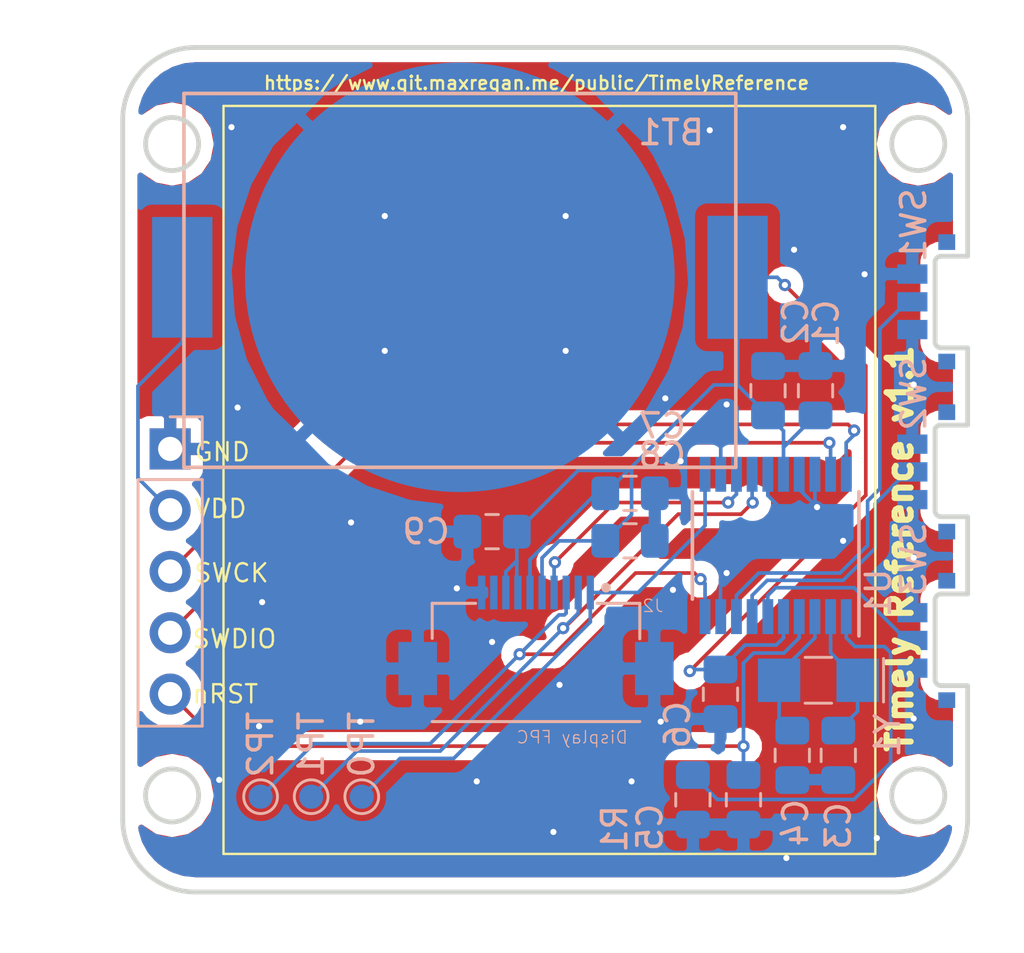
<source format=kicad_pcb>
(kicad_pcb (version 20171130) (host pcbnew 5.0.2+dfsg1-1)

  (general
    (thickness 1.6)
    (drawings 42)
    (tracks 199)
    (zones 0)
    (modules 21)
    (nets 16)
  )

  (page A4)
  (layers
    (0 F.Cu signal)
    (31 B.Cu signal)
    (32 B.Adhes user hide)
    (33 F.Adhes user hide)
    (34 B.Paste user hide)
    (35 F.Paste user hide)
    (36 B.SilkS user hide)
    (37 F.SilkS user)
    (38 B.Mask user)
    (39 F.Mask user)
    (40 Dwgs.User user hide)
    (41 Cmts.User user hide)
    (42 Eco1.User user hide)
    (43 Eco2.User user hide)
    (44 Edge.Cuts user)
    (45 Margin user hide)
    (46 B.CrtYd user hide)
    (47 F.CrtYd user hide)
    (48 B.Fab user hide)
    (49 F.Fab user hide)
  )

  (setup
    (last_trace_width 0.1524)
    (trace_clearance 0.1524)
    (zone_clearance 0.508)
    (zone_45_only no)
    (trace_min 0.1524)
    (segment_width 0.1)
    (edge_width 0.15)
    (via_size 0.508)
    (via_drill 0.254)
    (via_min_size 0.508)
    (via_min_drill 0.254)
    (uvia_size 0.6858)
    (uvia_drill 0.3302)
    (uvias_allowed no)
    (uvia_min_size 0.2)
    (uvia_min_drill 0.1)
    (pcb_text_width 0.3)
    (pcb_text_size 1.5 1.5)
    (mod_edge_width 0.15)
    (mod_text_size 0.75 0.75)
    (mod_text_width 0.1)
    (pad_size 0.8 1.25)
    (pad_drill 0)
    (pad_to_mask_clearance 0)
    (solder_mask_min_width 0.25)
    (aux_axis_origin 0 0)
    (grid_origin 27.95 30.8)
    (visible_elements FFFFF7FF)
    (pcbplotparams
      (layerselection 0x010fc_ffffffff)
      (usegerberextensions false)
      (usegerberattributes false)
      (usegerberadvancedattributes false)
      (creategerberjobfile false)
      (excludeedgelayer true)
      (linewidth 0.100000)
      (plotframeref false)
      (viasonmask false)
      (mode 1)
      (useauxorigin false)
      (hpglpennumber 1)
      (hpglpenspeed 20)
      (hpglpendiameter 15.000000)
      (psnegative false)
      (psa4output false)
      (plotreference true)
      (plotvalue true)
      (plotinvisibletext false)
      (padsonsilk false)
      (subtractmaskfromsilk false)
      (outputformat 1)
      (mirror false)
      (drillshape 0)
      (scaleselection 1)
      (outputdirectory "/home/max/work/kicad/"))
  )

  (net 0 "")
  (net 1 GND)
  (net 2 nRST)
  (net 3 SWCK)
  (net 4 SWDIO)
  (net 5 SCK)
  (net 6 MOSI)
  (net 7 SS)
  (net 8 EXTCOMM)
  (net 9 BTN_UP)
  (net 10 BTN_MID)
  (net 11 BTN_DOWN)
  (net 12 MCU_VDD)
  (net 13 /BOOT0)
  (net 14 /XOSC0)
  (net 15 /XOSC1)

  (net_class Default "This is the default net class."
    (clearance 0.1524)
    (trace_width 0.1524)
    (via_dia 0.508)
    (via_drill 0.254)
    (uvia_dia 0.6858)
    (uvia_drill 0.3302)
    (add_net /BOOT0)
    (add_net /XOSC0)
    (add_net /XOSC1)
    (add_net BTN_DOWN)
    (add_net BTN_MID)
    (add_net BTN_UP)
    (add_net EXTCOMM)
    (add_net GND)
    (add_net MCU_VDD)
    (add_net MOSI)
    (add_net SCK)
    (add_net SS)
    (add_net SWCK)
    (add_net SWDIO)
    (add_net nRST)
  )

  (module Button_Switch_SMD:EVP-AEJB2A (layer B.Cu) (tedit 5D6743D9) (tstamp 5D64A9CE)
    (at 123.3905 42.611 270)
    (path /5CC13D70)
    (fp_text reference SW1 (at -3.175 0.5715 270) (layer B.SilkS)
      (effects (font (size 1 1) (thickness 0.15)) (justify mirror))
    )
    (fp_text value SW_Push (at 0 2.8 270) (layer B.Fab)
      (effects (font (size 1 1) (thickness 0.15)) (justify mirror))
    )
    (pad "" smd rect (at -2.475 -0.8 270) (size 0.65 0.7) (layers B.Cu B.Paste B.Mask))
    (pad "" smd rect (at 2.475 -0.8 270) (size 0.65 0.7) (layers B.Cu B.Paste B.Mask))
    (pad 1 smd rect (at 1.15 0.625 270) (size 0.8 1.25) (layers B.Cu B.Paste B.Mask)
      (net 1 GND))
    (pad 2 smd rect (at 0 0.625 270) (size 0.8 1.25) (layers B.Cu B.Paste B.Mask)
      (net 9 BTN_UP))
    (pad 1 smd rect (at -1.15 0.625 270) (size 0.8 1.25) (layers B.Cu B.Paste B.Mask)
      (net 1 GND))
  )

  (module Button_Switch_SMD:EVP-AEJB2A (layer B.Cu) (tedit 5D6743E3) (tstamp 5D64A9DD)
    (at 123.3905 49.6595 270)
    (path /5CC13E33)
    (fp_text reference SW2 (at -3.2385 0.5715 270) (layer B.SilkS)
      (effects (font (size 1 1) (thickness 0.15)) (justify mirror))
    )
    (fp_text value SW_Push (at 0 2.8 270) (layer B.Fab)
      (effects (font (size 1 1) (thickness 0.15)) (justify mirror))
    )
    (pad "" smd rect (at -2.475 -0.8 270) (size 0.65 0.7) (layers B.Cu B.Paste B.Mask))
    (pad "" smd rect (at 2.475 -0.8 270) (size 0.65 0.7) (layers B.Cu B.Paste B.Mask))
    (pad 1 smd rect (at 1.15 0.625 270) (size 0.8 1.25) (layers B.Cu B.Paste B.Mask)
      (net 1 GND))
    (pad 2 smd rect (at 0 0.625 270) (size 0.8 1.25) (layers B.Cu B.Paste B.Mask)
      (net 10 BTN_MID))
    (pad 1 smd rect (at -1.15 0.625 270) (size 0.8 1.25) (layers B.Cu B.Paste B.Mask)
      (net 1 GND))
  )

  (module Button_Switch_SMD:EVP-AEJB2A (layer B.Cu) (tedit 5D6743ED) (tstamp 5D64A9EC)
    (at 123.3905 56.6445 270)
    (path /5CC13EAF)
    (fp_text reference SW3 (at -3.3655 0.5715 270) (layer B.SilkS)
      (effects (font (size 1 1) (thickness 0.15)) (justify mirror))
    )
    (fp_text value SW_Push (at 0 2.8 270) (layer B.Fab)
      (effects (font (size 1 1) (thickness 0.15)) (justify mirror))
    )
    (pad "" smd rect (at -2.475 -0.8 270) (size 0.65 0.7) (layers B.Cu B.Paste B.Mask))
    (pad "" smd rect (at 2.475 -0.8 270) (size 0.65 0.7) (layers B.Cu B.Paste B.Mask))
    (pad 1 smd rect (at 1.15 0.625 270) (size 0.8 1.25) (layers B.Cu B.Paste B.Mask)
      (net 1 GND))
    (pad 2 smd rect (at 0 0.625 270) (size 0.8 1.25) (layers B.Cu B.Paste B.Mask)
      (net 11 BTN_DOWN))
    (pad 1 smd rect (at -1.15 0.625 270) (size 0.8 1.25) (layers B.Cu B.Paste B.Mask)
      (net 1 GND))
  )

  (module footprints:CR2025-LINX (layer B.Cu) (tedit 5CCFAE44) (tstamp 5D6223B7)
    (at 104.023 41.595)
    (path /5CC3508E)
    (fp_text reference BT1 (at 8.75 -6) (layer B.SilkS)
      (effects (font (size 1 1) (thickness 0.15)) (justify mirror))
    )
    (fp_text value CR2025 (at 0 10.16) (layer B.Fab)
      (effects (font (size 1 1) (thickness 0.15)) (justify mirror))
    )
    (fp_line (start 11.43 7.874) (end -11.43 7.874) (layer B.SilkS) (width 0.15))
    (fp_line (start 11.43 -7.62) (end 11.43 7.874) (layer B.SilkS) (width 0.15))
    (fp_line (start -11.43 -7.62) (end 11.43 -7.62) (layer B.SilkS) (width 0.15))
    (fp_line (start -11.43 7.874) (end -11.43 -7.62) (layer B.SilkS) (width 0.15))
    (pad 1 smd rect (at 11.5 0) (size 2.5 5.1) (layers B.Cu B.Paste B.Mask)
      (net 12 MCU_VDD))
    (pad 1 smd rect (at -11.5 0) (size 2.5 5) (layers B.Cu B.Paste B.Mask)
      (net 12 MCU_VDD))
    (pad 2 smd circle (at 0 0) (size 17.8 17.8) (layers B.Cu B.Paste B.Mask)
      (net 1 GND))
  )

  (module Capacitor_SMD:C_0805_2012Metric_Pad1.15x1.40mm_HandSolder (layer B.Cu) (tedit 5B36C52B) (tstamp 5D621031)
    (at 118.755 46.294 90)
    (descr "Capacitor SMD 0805 (2012 Metric), square (rectangular) end terminal, IPC_7351 nominal with elongated pad for handsoldering. (Body size source: https://docs.google.com/spreadsheets/d/1BsfQQcO9C6DZCsRaXUlFlo91Tg2WpOkGARC1WS5S8t0/edit?usp=sharing), generated with kicad-footprint-generator")
    (tags "capacitor handsolder")
    (path /5CC1601D)
    (attr smd)
    (fp_text reference C1 (at 2.794 0.4445 90) (layer B.SilkS)
      (effects (font (size 1 1) (thickness 0.15)) (justify mirror))
    )
    (fp_text value 100nF (at 0 -1.65 90) (layer B.Fab)
      (effects (font (size 1 1) (thickness 0.15)) (justify mirror))
    )
    (fp_text user %R (at 0 0 90) (layer B.Fab)
      (effects (font (size 0.5 0.5) (thickness 0.08)) (justify mirror))
    )
    (fp_line (start 1.85 -0.95) (end -1.85 -0.95) (layer B.CrtYd) (width 0.05))
    (fp_line (start 1.85 0.95) (end 1.85 -0.95) (layer B.CrtYd) (width 0.05))
    (fp_line (start -1.85 0.95) (end 1.85 0.95) (layer B.CrtYd) (width 0.05))
    (fp_line (start -1.85 -0.95) (end -1.85 0.95) (layer B.CrtYd) (width 0.05))
    (fp_line (start -0.261252 -0.71) (end 0.261252 -0.71) (layer B.SilkS) (width 0.12))
    (fp_line (start -0.261252 0.71) (end 0.261252 0.71) (layer B.SilkS) (width 0.12))
    (fp_line (start 1 -0.6) (end -1 -0.6) (layer B.Fab) (width 0.1))
    (fp_line (start 1 0.6) (end 1 -0.6) (layer B.Fab) (width 0.1))
    (fp_line (start -1 0.6) (end 1 0.6) (layer B.Fab) (width 0.1))
    (fp_line (start -1 -0.6) (end -1 0.6) (layer B.Fab) (width 0.1))
    (pad 2 smd roundrect (at 1.025 0 90) (size 1.15 1.4) (layers B.Cu B.Paste B.Mask) (roundrect_rratio 0.217391)
      (net 1 GND))
    (pad 1 smd roundrect (at -1.025 0 90) (size 1.15 1.4) (layers B.Cu B.Paste B.Mask) (roundrect_rratio 0.217391)
      (net 12 MCU_VDD))
    (model ${KISYS3DMOD}/Capacitor_SMD.3dshapes/C_0805_2012Metric.wrl
      (at (xyz 0 0 0))
      (scale (xyz 1 1 1))
      (rotate (xyz 0 0 0))
    )
  )

  (module Capacitor_SMD:C_0805_2012Metric_Pad1.15x1.40mm_HandSolder (layer B.Cu) (tedit 5B36C52B) (tstamp 5D621067)
    (at 116.7865 46.294 90)
    (descr "Capacitor SMD 0805 (2012 Metric), square (rectangular) end terminal, IPC_7351 nominal with elongated pad for handsoldering. (Body size source: https://docs.google.com/spreadsheets/d/1BsfQQcO9C6DZCsRaXUlFlo91Tg2WpOkGARC1WS5S8t0/edit?usp=sharing), generated with kicad-footprint-generator")
    (tags "capacitor handsolder")
    (path /5CC160C6)
    (attr smd)
    (fp_text reference C2 (at 2.8575 1.143 90) (layer B.SilkS)
      (effects (font (size 1 1) (thickness 0.15)) (justify mirror))
    )
    (fp_text value 100nF (at 0 -1.65 90) (layer B.Fab)
      (effects (font (size 1 1) (thickness 0.15)) (justify mirror))
    )
    (fp_text user %R (at 0 0 90) (layer B.Fab)
      (effects (font (size 0.5 0.5) (thickness 0.08)) (justify mirror))
    )
    (fp_line (start 1.85 -0.95) (end -1.85 -0.95) (layer B.CrtYd) (width 0.05))
    (fp_line (start 1.85 0.95) (end 1.85 -0.95) (layer B.CrtYd) (width 0.05))
    (fp_line (start -1.85 0.95) (end 1.85 0.95) (layer B.CrtYd) (width 0.05))
    (fp_line (start -1.85 -0.95) (end -1.85 0.95) (layer B.CrtYd) (width 0.05))
    (fp_line (start -0.261252 -0.71) (end 0.261252 -0.71) (layer B.SilkS) (width 0.12))
    (fp_line (start -0.261252 0.71) (end 0.261252 0.71) (layer B.SilkS) (width 0.12))
    (fp_line (start 1 -0.6) (end -1 -0.6) (layer B.Fab) (width 0.1))
    (fp_line (start 1 0.6) (end 1 -0.6) (layer B.Fab) (width 0.1))
    (fp_line (start -1 0.6) (end 1 0.6) (layer B.Fab) (width 0.1))
    (fp_line (start -1 -0.6) (end -1 0.6) (layer B.Fab) (width 0.1))
    (pad 2 smd roundrect (at 1.025 0 90) (size 1.15 1.4) (layers B.Cu B.Paste B.Mask) (roundrect_rratio 0.217391)
      (net 1 GND))
    (pad 1 smd roundrect (at -1.025 0 90) (size 1.15 1.4) (layers B.Cu B.Paste B.Mask) (roundrect_rratio 0.217391)
      (net 12 MCU_VDD))
    (model ${KISYS3DMOD}/Capacitor_SMD.3dshapes/C_0805_2012Metric.wrl
      (at (xyz 0 0 0))
      (scale (xyz 1 1 1))
      (rotate (xyz 0 0 0))
    )
  )

  (module Capacitor_SMD:C_0805_2012Metric_Pad1.15x1.40mm_HandSolder (layer B.Cu) (tedit 5B36C52B) (tstamp 5D621097)
    (at 119.697854 61.407 270)
    (descr "Capacitor SMD 0805 (2012 Metric), square (rectangular) end terminal, IPC_7351 nominal with elongated pad for handsoldering. (Body size source: https://docs.google.com/spreadsheets/d/1BsfQQcO9C6DZCsRaXUlFlo91Tg2WpOkGARC1WS5S8t0/edit?usp=sharing), generated with kicad-footprint-generator")
    (tags "capacitor handsolder")
    (path /5CC14877)
    (attr smd)
    (fp_text reference C3 (at 2.921 0 270) (layer B.SilkS)
      (effects (font (size 1 1) (thickness 0.15)) (justify mirror))
    )
    (fp_text value 4.3pF (at 0 -1.65 270) (layer B.Fab)
      (effects (font (size 1 1) (thickness 0.15)) (justify mirror))
    )
    (fp_text user %R (at 0 0 270) (layer B.Fab)
      (effects (font (size 0.5 0.5) (thickness 0.08)) (justify mirror))
    )
    (fp_line (start 1.85 -0.95) (end -1.85 -0.95) (layer B.CrtYd) (width 0.05))
    (fp_line (start 1.85 0.95) (end 1.85 -0.95) (layer B.CrtYd) (width 0.05))
    (fp_line (start -1.85 0.95) (end 1.85 0.95) (layer B.CrtYd) (width 0.05))
    (fp_line (start -1.85 -0.95) (end -1.85 0.95) (layer B.CrtYd) (width 0.05))
    (fp_line (start -0.261252 -0.71) (end 0.261252 -0.71) (layer B.SilkS) (width 0.12))
    (fp_line (start -0.261252 0.71) (end 0.261252 0.71) (layer B.SilkS) (width 0.12))
    (fp_line (start 1 -0.6) (end -1 -0.6) (layer B.Fab) (width 0.1))
    (fp_line (start 1 0.6) (end 1 -0.6) (layer B.Fab) (width 0.1))
    (fp_line (start -1 0.6) (end 1 0.6) (layer B.Fab) (width 0.1))
    (fp_line (start -1 -0.6) (end -1 0.6) (layer B.Fab) (width 0.1))
    (pad 2 smd roundrect (at 1.025 0 270) (size 1.15 1.4) (layers B.Cu B.Paste B.Mask) (roundrect_rratio 0.217391)
      (net 1 GND))
    (pad 1 smd roundrect (at -1.025 0 270) (size 1.15 1.4) (layers B.Cu B.Paste B.Mask) (roundrect_rratio 0.217391)
      (net 14 /XOSC0))
    (model ${KISYS3DMOD}/Capacitor_SMD.3dshapes/C_0805_2012Metric.wrl
      (at (xyz 0 0 0))
      (scale (xyz 1 1 1))
      (rotate (xyz 0 0 0))
    )
  )

  (module Capacitor_SMD:C_0805_2012Metric_Pad1.15x1.40mm_HandSolder (layer B.Cu) (tedit 5B36C52B) (tstamp 5D6210C7)
    (at 117.792854 61.407 270)
    (descr "Capacitor SMD 0805 (2012 Metric), square (rectangular) end terminal, IPC_7351 nominal with elongated pad for handsoldering. (Body size source: https://docs.google.com/spreadsheets/d/1BsfQQcO9C6DZCsRaXUlFlo91Tg2WpOkGARC1WS5S8t0/edit?usp=sharing), generated with kicad-footprint-generator")
    (tags "capacitor handsolder")
    (path /5CC14926)
    (attr smd)
    (fp_text reference C4 (at 2.793 -0.1375 270) (layer B.SilkS)
      (effects (font (size 1 1) (thickness 0.15)) (justify mirror))
    )
    (fp_text value 4.3pF (at 0 -1.65 270) (layer B.Fab)
      (effects (font (size 1 1) (thickness 0.15)) (justify mirror))
    )
    (fp_text user %R (at 0 0 270) (layer B.Fab)
      (effects (font (size 0.5 0.5) (thickness 0.08)) (justify mirror))
    )
    (fp_line (start 1.85 -0.95) (end -1.85 -0.95) (layer B.CrtYd) (width 0.05))
    (fp_line (start 1.85 0.95) (end 1.85 -0.95) (layer B.CrtYd) (width 0.05))
    (fp_line (start -1.85 0.95) (end 1.85 0.95) (layer B.CrtYd) (width 0.05))
    (fp_line (start -1.85 -0.95) (end -1.85 0.95) (layer B.CrtYd) (width 0.05))
    (fp_line (start -0.261252 -0.71) (end 0.261252 -0.71) (layer B.SilkS) (width 0.12))
    (fp_line (start -0.261252 0.71) (end 0.261252 0.71) (layer B.SilkS) (width 0.12))
    (fp_line (start 1 -0.6) (end -1 -0.6) (layer B.Fab) (width 0.1))
    (fp_line (start 1 0.6) (end 1 -0.6) (layer B.Fab) (width 0.1))
    (fp_line (start -1 0.6) (end 1 0.6) (layer B.Fab) (width 0.1))
    (fp_line (start -1 -0.6) (end -1 0.6) (layer B.Fab) (width 0.1))
    (pad 2 smd roundrect (at 1.025 0 270) (size 1.15 1.4) (layers B.Cu B.Paste B.Mask) (roundrect_rratio 0.217391)
      (net 1 GND))
    (pad 1 smd roundrect (at -1.025 0 270) (size 1.15 1.4) (layers B.Cu B.Paste B.Mask) (roundrect_rratio 0.217391)
      (net 15 /XOSC1))
    (model ${KISYS3DMOD}/Capacitor_SMD.3dshapes/C_0805_2012Metric.wrl
      (at (xyz 0 0 0))
      (scale (xyz 1 1 1))
      (rotate (xyz 0 0 0))
    )
  )

  (module Capacitor_SMD:C_0805_2012Metric_Pad1.15x1.40mm_HandSolder (layer B.Cu) (tedit 5B36C52B) (tstamp 5D621397)
    (at 115.7705 63.2485 270)
    (descr "Capacitor SMD 0805 (2012 Metric), square (rectangular) end terminal, IPC_7351 nominal with elongated pad for handsoldering. (Body size source: https://docs.google.com/spreadsheets/d/1BsfQQcO9C6DZCsRaXUlFlo91Tg2WpOkGARC1WS5S8t0/edit?usp=sharing), generated with kicad-footprint-generator")
    (tags "capacitor handsolder")
    (path /5CC3ABC3)
    (attr smd)
    (fp_text reference C5 (at 1.143 3.8735 270) (layer B.SilkS)
      (effects (font (size 1 1) (thickness 0.15)) (justify mirror))
    )
    (fp_text value 100nF (at 0 -1.65 270) (layer B.Fab)
      (effects (font (size 1 1) (thickness 0.15)) (justify mirror))
    )
    (fp_text user %R (at 0 0 270) (layer B.Fab)
      (effects (font (size 0.5 0.5) (thickness 0.08)) (justify mirror))
    )
    (fp_line (start 1.85 -0.95) (end -1.85 -0.95) (layer B.CrtYd) (width 0.05))
    (fp_line (start 1.85 0.95) (end 1.85 -0.95) (layer B.CrtYd) (width 0.05))
    (fp_line (start -1.85 0.95) (end 1.85 0.95) (layer B.CrtYd) (width 0.05))
    (fp_line (start -1.85 -0.95) (end -1.85 0.95) (layer B.CrtYd) (width 0.05))
    (fp_line (start -0.261252 -0.71) (end 0.261252 -0.71) (layer B.SilkS) (width 0.12))
    (fp_line (start -0.261252 0.71) (end 0.261252 0.71) (layer B.SilkS) (width 0.12))
    (fp_line (start 1 -0.6) (end -1 -0.6) (layer B.Fab) (width 0.1))
    (fp_line (start 1 0.6) (end 1 -0.6) (layer B.Fab) (width 0.1))
    (fp_line (start -1 0.6) (end 1 0.6) (layer B.Fab) (width 0.1))
    (fp_line (start -1 -0.6) (end -1 0.6) (layer B.Fab) (width 0.1))
    (pad 2 smd roundrect (at 1.025 0 270) (size 1.15 1.4) (layers B.Cu B.Paste B.Mask) (roundrect_rratio 0.217391)
      (net 1 GND))
    (pad 1 smd roundrect (at -1.025 0 270) (size 1.15 1.4) (layers B.Cu B.Paste B.Mask) (roundrect_rratio 0.217391)
      (net 2 nRST))
    (model ${KISYS3DMOD}/Capacitor_SMD.3dshapes/C_0805_2012Metric.wrl
      (at (xyz 0 0 0))
      (scale (xyz 1 1 1))
      (rotate (xyz 0 0 0))
    )
  )

  (module Capacitor_SMD:C_0805_2012Metric_Pad1.15x1.40mm_HandSolder (layer B.Cu) (tedit 5B36C52B) (tstamp 5D621367)
    (at 114.818 58.876 270)
    (descr "Capacitor SMD 0805 (2012 Metric), square (rectangular) end terminal, IPC_7351 nominal with elongated pad for handsoldering. (Body size source: https://docs.google.com/spreadsheets/d/1BsfQQcO9C6DZCsRaXUlFlo91Tg2WpOkGARC1WS5S8t0/edit?usp=sharing), generated with kicad-footprint-generator")
    (tags "capacitor handsolder")
    (path /5CC1613E)
    (attr smd)
    (fp_text reference C6 (at 1.261 1.778 270) (layer B.SilkS)
      (effects (font (size 1 1) (thickness 0.15)) (justify mirror))
    )
    (fp_text value 100nF (at 0 -1.65 270) (layer B.Fab)
      (effects (font (size 1 1) (thickness 0.15)) (justify mirror))
    )
    (fp_text user %R (at 0 0 270) (layer B.Fab)
      (effects (font (size 0.5 0.5) (thickness 0.08)) (justify mirror))
    )
    (fp_line (start 1.85 -0.95) (end -1.85 -0.95) (layer B.CrtYd) (width 0.05))
    (fp_line (start 1.85 0.95) (end 1.85 -0.95) (layer B.CrtYd) (width 0.05))
    (fp_line (start -1.85 0.95) (end 1.85 0.95) (layer B.CrtYd) (width 0.05))
    (fp_line (start -1.85 -0.95) (end -1.85 0.95) (layer B.CrtYd) (width 0.05))
    (fp_line (start -0.261252 -0.71) (end 0.261252 -0.71) (layer B.SilkS) (width 0.12))
    (fp_line (start -0.261252 0.71) (end 0.261252 0.71) (layer B.SilkS) (width 0.12))
    (fp_line (start 1 -0.6) (end -1 -0.6) (layer B.Fab) (width 0.1))
    (fp_line (start 1 0.6) (end 1 -0.6) (layer B.Fab) (width 0.1))
    (fp_line (start -1 0.6) (end 1 0.6) (layer B.Fab) (width 0.1))
    (fp_line (start -1 -0.6) (end -1 0.6) (layer B.Fab) (width 0.1))
    (pad 2 smd roundrect (at 1.025 0 270) (size 1.15 1.4) (layers B.Cu B.Paste B.Mask) (roundrect_rratio 0.217391)
      (net 1 GND))
    (pad 1 smd roundrect (at -1.025 0 270) (size 1.15 1.4) (layers B.Cu B.Paste B.Mask) (roundrect_rratio 0.217391)
      (net 12 MCU_VDD))
    (model ${KISYS3DMOD}/Capacitor_SMD.3dshapes/C_0805_2012Metric.wrl
      (at (xyz 0 0 0))
      (scale (xyz 1 1 1))
      (rotate (xyz 0 0 0))
    )
  )

  (module Capacitor_SMD:C_0805_2012Metric_Pad1.15x1.40mm_HandSolder (layer B.Cu) (tedit 5B36C52B) (tstamp 5D621001)
    (at 111.0715 52.517)
    (descr "Capacitor SMD 0805 (2012 Metric), square (rectangular) end terminal, IPC_7351 nominal with elongated pad for handsoldering. (Body size source: https://docs.google.com/spreadsheets/d/1BsfQQcO9C6DZCsRaXUlFlo91Tg2WpOkGARC1WS5S8t0/edit?usp=sharing), generated with kicad-footprint-generator")
    (tags "capacitor handsolder")
    (path /5CC8A56E)
    (attr smd)
    (fp_text reference C8 (at 1.3335 -3.556) (layer B.SilkS)
      (effects (font (size 1 1) (thickness 0.15)) (justify mirror))
    )
    (fp_text value 100nF (at 0 -1.65) (layer B.Fab)
      (effects (font (size 1 1) (thickness 0.15)) (justify mirror))
    )
    (fp_text user %R (at 0 0) (layer B.Fab)
      (effects (font (size 0.5 0.5) (thickness 0.08)) (justify mirror))
    )
    (fp_line (start 1.85 -0.95) (end -1.85 -0.95) (layer B.CrtYd) (width 0.05))
    (fp_line (start 1.85 0.95) (end 1.85 -0.95) (layer B.CrtYd) (width 0.05))
    (fp_line (start -1.85 0.95) (end 1.85 0.95) (layer B.CrtYd) (width 0.05))
    (fp_line (start -1.85 -0.95) (end -1.85 0.95) (layer B.CrtYd) (width 0.05))
    (fp_line (start -0.261252 -0.71) (end 0.261252 -0.71) (layer B.SilkS) (width 0.12))
    (fp_line (start -0.261252 0.71) (end 0.261252 0.71) (layer B.SilkS) (width 0.12))
    (fp_line (start 1 -0.6) (end -1 -0.6) (layer B.Fab) (width 0.1))
    (fp_line (start 1 0.6) (end 1 -0.6) (layer B.Fab) (width 0.1))
    (fp_line (start -1 0.6) (end 1 0.6) (layer B.Fab) (width 0.1))
    (fp_line (start -1 -0.6) (end -1 0.6) (layer B.Fab) (width 0.1))
    (pad 2 smd roundrect (at 1.025 0) (size 1.15 1.4) (layers B.Cu B.Paste B.Mask) (roundrect_rratio 0.217391)
      (net 1 GND))
    (pad 1 smd roundrect (at -1.025 0) (size 1.15 1.4) (layers B.Cu B.Paste B.Mask) (roundrect_rratio 0.217391)
      (net 12 MCU_VDD))
    (model ${KISYS3DMOD}/Capacitor_SMD.3dshapes/C_0805_2012Metric.wrl
      (at (xyz 0 0 0))
      (scale (xyz 1 1 1))
      (rotate (xyz 0 0 0))
    )
  )

  (module Capacitor_SMD:C_0805_2012Metric_Pad1.15x1.40mm_HandSolder (layer B.Cu) (tedit 5B36C52B) (tstamp 5D6210FA)
    (at 105.3565 52.136)
    (descr "Capacitor SMD 0805 (2012 Metric), square (rectangular) end terminal, IPC_7351 nominal with elongated pad for handsoldering. (Body size source: https://docs.google.com/spreadsheets/d/1BsfQQcO9C6DZCsRaXUlFlo91Tg2WpOkGARC1WS5S8t0/edit?usp=sharing), generated with kicad-footprint-generator")
    (tags "capacitor handsolder")
    (path /5CC8A464)
    (attr smd)
    (fp_text reference C9 (at -2.7305 0) (layer B.SilkS)
      (effects (font (size 1 1) (thickness 0.15)) (justify mirror))
    )
    (fp_text value 1uF (at 0 -1.65) (layer B.Fab)
      (effects (font (size 1 1) (thickness 0.15)) (justify mirror))
    )
    (fp_text user %R (at 0 0) (layer B.Fab)
      (effects (font (size 0.5 0.5) (thickness 0.08)) (justify mirror))
    )
    (fp_line (start 1.85 -0.95) (end -1.85 -0.95) (layer B.CrtYd) (width 0.05))
    (fp_line (start 1.85 0.95) (end 1.85 -0.95) (layer B.CrtYd) (width 0.05))
    (fp_line (start -1.85 0.95) (end 1.85 0.95) (layer B.CrtYd) (width 0.05))
    (fp_line (start -1.85 -0.95) (end -1.85 0.95) (layer B.CrtYd) (width 0.05))
    (fp_line (start -0.261252 -0.71) (end 0.261252 -0.71) (layer B.SilkS) (width 0.12))
    (fp_line (start -0.261252 0.71) (end 0.261252 0.71) (layer B.SilkS) (width 0.12))
    (fp_line (start 1 -0.6) (end -1 -0.6) (layer B.Fab) (width 0.1))
    (fp_line (start 1 0.6) (end 1 -0.6) (layer B.Fab) (width 0.1))
    (fp_line (start -1 0.6) (end 1 0.6) (layer B.Fab) (width 0.1))
    (fp_line (start -1 -0.6) (end -1 0.6) (layer B.Fab) (width 0.1))
    (pad 2 smd roundrect (at 1.025 0) (size 1.15 1.4) (layers B.Cu B.Paste B.Mask) (roundrect_rratio 0.217391)
      (net 12 MCU_VDD))
    (pad 1 smd roundrect (at -1.025 0) (size 1.15 1.4) (layers B.Cu B.Paste B.Mask) (roundrect_rratio 0.217391)
      (net 1 GND))
    (model ${KISYS3DMOD}/Capacitor_SMD.3dshapes/C_0805_2012Metric.wrl
      (at (xyz 0 0 0))
      (scale (xyz 1 1 1))
      (rotate (xyz 0 0 0))
    )
  )

  (module Connector_PinHeader_2.54mm:PinHeader_1x05_P2.54mm_Vertical (layer B.Cu) (tedit 5D5F71B6) (tstamp 5D6211FB)
    (at 92.0215 48.707 180)
    (descr "Through hole straight pin header, 1x05, 2.54mm pitch, single row")
    (tags "Through hole pin header THT 1x05 2.54mm single row")
    (path /5CC5188F)
    (fp_text reference J1 (at -2.5 -1.75 180) (layer B.SilkS) hide
      (effects (font (size 1 1) (thickness 0.15)) (justify mirror))
    )
    (fp_text value "SWD Headers" (at 0 -12.49 180) (layer B.Fab)
      (effects (font (size 1 1) (thickness 0.15)) (justify mirror))
    )
    (fp_text user %R (at 0 -5.08 90) (layer B.Fab)
      (effects (font (size 1 1) (thickness 0.15)) (justify mirror))
    )
    (fp_line (start 1.8 1.8) (end -1.8 1.8) (layer B.CrtYd) (width 0.05))
    (fp_line (start 1.8 -11.95) (end 1.8 1.8) (layer B.CrtYd) (width 0.05))
    (fp_line (start -1.8 -11.95) (end 1.8 -11.95) (layer B.CrtYd) (width 0.05))
    (fp_line (start -1.8 1.8) (end -1.8 -11.95) (layer B.CrtYd) (width 0.05))
    (fp_line (start -1.33 1.33) (end 0 1.33) (layer B.SilkS) (width 0.12))
    (fp_line (start -1.33 0) (end -1.33 1.33) (layer B.SilkS) (width 0.12))
    (fp_line (start -1.33 -1.27) (end 1.33 -1.27) (layer B.SilkS) (width 0.12))
    (fp_line (start 1.33 -1.27) (end 1.33 -11.49) (layer B.SilkS) (width 0.12))
    (fp_line (start -1.33 -1.27) (end -1.33 -11.49) (layer B.SilkS) (width 0.12))
    (fp_line (start -1.33 -11.49) (end 1.33 -11.49) (layer B.SilkS) (width 0.12))
    (fp_line (start -1.27 0.635) (end -0.635 1.27) (layer B.Fab) (width 0.1))
    (fp_line (start -1.27 -11.43) (end -1.27 0.635) (layer B.Fab) (width 0.1))
    (fp_line (start 1.27 -11.43) (end -1.27 -11.43) (layer B.Fab) (width 0.1))
    (fp_line (start 1.27 1.27) (end 1.27 -11.43) (layer B.Fab) (width 0.1))
    (fp_line (start -0.635 1.27) (end 1.27 1.27) (layer B.Fab) (width 0.1))
    (pad 5 thru_hole oval (at 0 -10.16 180) (size 1.7 1.7) (drill 1) (layers *.Cu *.Mask)
      (net 2 nRST))
    (pad 4 thru_hole oval (at 0 -7.62 180) (size 1.7 1.7) (drill 1) (layers *.Cu *.Mask)
      (net 4 SWDIO))
    (pad 3 thru_hole oval (at 0 -5.08 180) (size 1.7 1.7) (drill 1) (layers *.Cu *.Mask)
      (net 3 SWCK))
    (pad 2 thru_hole oval (at 0 -2.54 180) (size 1.7 1.7) (drill 1) (layers *.Cu *.Mask)
      (net 12 MCU_VDD))
    (pad 1 thru_hole rect (at 0 0 180) (size 1.7 1.7) (drill 1) (layers *.Cu *.Mask)
      (net 1 GND))
    (model ${KISYS3DMOD}/Connector_PinHeader_2.54mm.3dshapes/PinHeader_1x05_P2.54mm_Vertical.wrl
      (at (xyz 0 0 0))
      (scale (xyz 1 1 1))
      (rotate (xyz 0 0 0))
    )
  )

  (module 0528921033:MOLEX_0528921033 locked (layer B.Cu) (tedit 5D67544F) (tstamp 5D621176)
    (at 107.175997 54.658233 180)
    (path /5CC19477)
    (attr smd)
    (fp_text reference J2 (at -4.848003 -0.551913 180) (layer B.SilkS)
      (effects (font (size 0.512839 0.512839) (thickness 0.05)) (justify mirror))
    )
    (fp_text value "Display FPC" (at -1.5 -6 180) (layer B.SilkS)
      (effects (font (size 0.512831 0.512831) (thickness 0.05)) (justify mirror))
    )
    (fp_circle (center -2.9 0.2) (end -2.8 0.2) (layer B.SilkS) (width 0.2))
    (fp_poly (pts (xy -4.10426 -2.05) (xy -2.85 -2.05) (xy -2.85 -5.15535) (xy -4.10426 -5.15535)) (layer Dwgs.User) (width 0))
    (fp_poly (pts (xy 2.85723 -2.05) (xy 4.1 -2.05) (xy 4.1 -5.16307) (xy 2.85723 -5.16307)) (layer Dwgs.User) (width 0))
    (fp_line (start -5.95 -4.5) (end -5.95 -1.8) (layer Eco1.User) (width 0.05))
    (fp_line (start -4.55 -4.5) (end -5.95 -4.5) (layer Eco1.User) (width 0.05))
    (fp_line (start -4.55 -5.6) (end -4.55 -4.5) (layer Eco1.User) (width 0.05))
    (fp_line (start 4.55 -5.6) (end -4.55 -5.6) (layer Eco1.User) (width 0.05))
    (fp_line (start 4.55 -4.5) (end 4.55 -5.6) (layer Eco1.User) (width 0.05))
    (fp_line (start 5.95 -4.5) (end 4.55 -4.5) (layer Eco1.User) (width 0.05))
    (fp_line (start 5.95 -1.8) (end 5.95 -4.5) (layer Eco1.User) (width 0.05))
    (fp_line (start -2.69 0.95) (end -2.51 0.95) (layer Eco1.User) (width 0.05))
    (fp_line (start -2.69 -0.2) (end -2.69 0.95) (layer Eco1.User) (width 0.05))
    (fp_line (start -4.55 -0.2) (end -2.69 -0.2) (layer Eco1.User) (width 0.05))
    (fp_line (start -4.55 -1.8) (end -4.55 -0.2) (layer Eco1.User) (width 0.05))
    (fp_line (start -5.95 -1.8) (end -4.55 -1.8) (layer Eco1.User) (width 0.05))
    (fp_line (start 4.55 -1.8) (end 5.95 -1.8) (layer Eco1.User) (width 0.05))
    (fp_line (start 4.55 -0.2) (end 4.55 -1.8) (layer Eco1.User) (width 0.05))
    (fp_line (start 2.63 -0.2) (end 4.55 -0.2) (layer Eco1.User) (width 0.05))
    (fp_line (start 2.63 0.95) (end 2.63 -0.2) (layer Eco1.User) (width 0.05))
    (fp_line (start -2.5 0.95) (end 2.63 0.95) (layer Eco1.User) (width 0.05))
    (fp_line (start -4.3 -5.35) (end 4.3 -5.35) (layer B.SilkS) (width 0.127))
    (fp_line (start 4.3 -0.45) (end 4.3 -1.9) (layer B.SilkS) (width 0.127))
    (fp_line (start 2.5 -0.45) (end 4.3 -0.45) (layer B.SilkS) (width 0.127))
    (fp_line (start -4.3 -0.45) (end -2.53 -0.45) (layer B.SilkS) (width 0.127))
    (fp_line (start -4.3 -1.92) (end -4.3 -0.45) (layer B.SilkS) (width 0.127))
    (fp_line (start 4.3 -0.45) (end -4.3 -0.45) (layer Eco2.User) (width 0.127))
    (fp_line (start 4.3 -5.35) (end 4.3 -0.45) (layer Eco2.User) (width 0.127))
    (fp_line (start -4.3 -5.35) (end 4.3 -5.35) (layer Eco2.User) (width 0.127))
    (fp_line (start -4.3 -0.45) (end -4.3 -5.35) (layer Eco2.User) (width 0.127))
    (pad 12 smd rect (at 4.9 -3.15) (size 1.6 2.2) (layers B.Cu B.Paste B.Mask)
      (net 1 GND))
    (pad 11 smd rect (at -4.9 -3.15) (size 1.6 2.2) (layers B.Cu B.Paste B.Mask)
      (net 1 GND))
    (pad 10 smd rect (at 2.25 0 90) (size 1.4 0.3) (layers B.Cu B.Paste B.Mask)
      (net 1 GND))
    (pad 9 smd rect (at 1.75 0 90) (size 1.4 0.3) (layers B.Cu B.Paste B.Mask)
      (net 1 GND))
    (pad 8 smd rect (at 1.25 0 90) (size 1.4 0.3) (layers B.Cu B.Paste B.Mask)
      (net 12 MCU_VDD))
    (pad 7 smd rect (at 0.75 0 90) (size 1.4 0.3) (layers B.Cu B.Paste B.Mask)
      (net 12 MCU_VDD))
    (pad 6 smd rect (at 0.25 0 90) (size 1.4 0.3) (layers B.Cu B.Paste B.Mask)
      (net 12 MCU_VDD))
    (pad 5 smd rect (at -0.25 0 90) (size 1.4 0.3) (layers B.Cu B.Paste B.Mask)
      (net 12 MCU_VDD))
    (pad 4 smd rect (at -0.75 0 90) (size 1.4 0.3) (layers B.Cu B.Paste B.Mask)
      (net 8 EXTCOMM))
    (pad 3 smd rect (at -1.25 0 90) (size 1.4 0.3) (layers B.Cu B.Paste B.Mask)
      (net 7 SS))
    (pad 2 smd rect (at -1.75 0 90) (size 1.4 0.3) (layers B.Cu B.Paste B.Mask)
      (net 6 MOSI))
    (pad 1 smd rect (at -2.25 0 90) (size 1.4 0.3) (layers B.Cu B.Paste B.Mask)
      (net 5 SCK))
  )

  (module Resistor_SMD:R_0805_2012Metric_Pad1.15x1.40mm_HandSolder (layer B.Cu) (tedit 5B36C52B) (tstamp 5D6227F8)
    (at 113.675 63.2485 90)
    (descr "Resistor SMD 0805 (2012 Metric), square (rectangular) end terminal, IPC_7351 nominal with elongated pad for handsoldering. (Body size source: https://docs.google.com/spreadsheets/d/1BsfQQcO9C6DZCsRaXUlFlo91Tg2WpOkGARC1WS5S8t0/edit?usp=sharing), generated with kicad-footprint-generator")
    (tags "resistor handsolder")
    (path /5CC5BB36)
    (attr smd)
    (fp_text reference R1 (at -1.2065 -3.2385 90) (layer B.SilkS)
      (effects (font (size 1 1) (thickness 0.15)) (justify mirror))
    )
    (fp_text value 10k (at 0 -1.65 90) (layer B.Fab)
      (effects (font (size 1 1) (thickness 0.15)) (justify mirror))
    )
    (fp_text user %R (at 0 0 90) (layer B.Fab)
      (effects (font (size 0.5 0.5) (thickness 0.08)) (justify mirror))
    )
    (fp_line (start 1.85 -0.95) (end -1.85 -0.95) (layer B.CrtYd) (width 0.05))
    (fp_line (start 1.85 0.95) (end 1.85 -0.95) (layer B.CrtYd) (width 0.05))
    (fp_line (start -1.85 0.95) (end 1.85 0.95) (layer B.CrtYd) (width 0.05))
    (fp_line (start -1.85 -0.95) (end -1.85 0.95) (layer B.CrtYd) (width 0.05))
    (fp_line (start -0.261252 -0.71) (end 0.261252 -0.71) (layer B.SilkS) (width 0.12))
    (fp_line (start -0.261252 0.71) (end 0.261252 0.71) (layer B.SilkS) (width 0.12))
    (fp_line (start 1 -0.6) (end -1 -0.6) (layer B.Fab) (width 0.1))
    (fp_line (start 1 0.6) (end 1 -0.6) (layer B.Fab) (width 0.1))
    (fp_line (start -1 0.6) (end 1 0.6) (layer B.Fab) (width 0.1))
    (fp_line (start -1 -0.6) (end -1 0.6) (layer B.Fab) (width 0.1))
    (pad 2 smd roundrect (at 1.025 0 90) (size 1.15 1.4) (layers B.Cu B.Paste B.Mask) (roundrect_rratio 0.217391)
      (net 13 /BOOT0))
    (pad 1 smd roundrect (at -1.025 0 90) (size 1.15 1.4) (layers B.Cu B.Paste B.Mask) (roundrect_rratio 0.217391)
      (net 1 GND))
    (model ${KISYS3DMOD}/Resistor_SMD.3dshapes/R_0805_2012Metric.wrl
      (at (xyz 0 0 0))
      (scale (xyz 1 1 1))
      (rotate (xyz 0 0 0))
    )
  )

  (module Package_SO:TSSOP-20_4.4x6.5mm_P0.65mm (layer B.Cu) (tedit 5A02F25C) (tstamp 5D621308)
    (at 117.104 52.7075 90)
    (descr "20-Lead Plastic Thin Shrink Small Outline (ST)-4.4 mm Body [TSSOP] (see Microchip Packaging Specification 00000049BS.pdf)")
    (tags "SSOP 0.65")
    (path /5CBC08BF)
    (attr smd)
    (fp_text reference U1 (at -1.9685 4.2545 90) (layer B.SilkS)
      (effects (font (size 1 1) (thickness 0.15)) (justify mirror))
    )
    (fp_text value STM32L031F6Px (at 0 -4.3 90) (layer B.Fab)
      (effects (font (size 1 1) (thickness 0.15)) (justify mirror))
    )
    (fp_text user %R (at 0 0 90) (layer B.Fab)
      (effects (font (size 0.8 0.8) (thickness 0.15)) (justify mirror))
    )
    (fp_line (start -3.75 3.45) (end 2.225 3.45) (layer B.SilkS) (width 0.15))
    (fp_line (start -2.225 -3.45) (end 2.225 -3.45) (layer B.SilkS) (width 0.15))
    (fp_line (start -3.95 -3.55) (end 3.95 -3.55) (layer B.CrtYd) (width 0.05))
    (fp_line (start -3.95 3.55) (end 3.95 3.55) (layer B.CrtYd) (width 0.05))
    (fp_line (start 3.95 3.55) (end 3.95 -3.55) (layer B.CrtYd) (width 0.05))
    (fp_line (start -3.95 3.55) (end -3.95 -3.55) (layer B.CrtYd) (width 0.05))
    (fp_line (start -2.2 2.25) (end -1.2 3.25) (layer B.Fab) (width 0.15))
    (fp_line (start -2.2 -3.25) (end -2.2 2.25) (layer B.Fab) (width 0.15))
    (fp_line (start 2.2 -3.25) (end -2.2 -3.25) (layer B.Fab) (width 0.15))
    (fp_line (start 2.2 3.25) (end 2.2 -3.25) (layer B.Fab) (width 0.15))
    (fp_line (start -1.2 3.25) (end 2.2 3.25) (layer B.Fab) (width 0.15))
    (pad 20 smd rect (at 2.95 2.925 90) (size 1.45 0.45) (layers B.Cu B.Paste B.Mask)
      (net 3 SWCK))
    (pad 19 smd rect (at 2.95 2.275 90) (size 1.45 0.45) (layers B.Cu B.Paste B.Mask)
      (net 4 SWDIO))
    (pad 18 smd rect (at 2.95 1.625 90) (size 1.45 0.45) (layers B.Cu B.Paste B.Mask)
      (net 1 GND))
    (pad 17 smd rect (at 2.95 0.975 90) (size 1.45 0.45) (layers B.Cu B.Paste B.Mask)
      (net 1 GND))
    (pad 16 smd rect (at 2.95 0.325 90) (size 1.45 0.45) (layers B.Cu B.Paste B.Mask)
      (net 12 MCU_VDD))
    (pad 15 smd rect (at 2.95 -0.325 90) (size 1.45 0.45) (layers B.Cu B.Paste B.Mask)
      (net 1 GND))
    (pad 14 smd rect (at 2.95 -0.975 90) (size 1.45 0.45) (layers B.Cu B.Paste B.Mask)
      (net 6 MOSI))
    (pad 13 smd rect (at 2.95 -1.625 90) (size 1.45 0.45) (layers B.Cu B.Paste B.Mask)
      (net 8 EXTCOMM))
    (pad 12 smd rect (at 2.95 -2.275 90) (size 1.45 0.45) (layers B.Cu B.Paste B.Mask)
      (net 1 GND))
    (pad 11 smd rect (at 2.95 -2.925 90) (size 1.45 0.45) (layers B.Cu B.Paste B.Mask)
      (net 5 SCK))
    (pad 10 smd rect (at -2.95 -2.925 90) (size 1.45 0.45) (layers B.Cu B.Paste B.Mask)
      (net 7 SS))
    (pad 9 smd rect (at -2.95 -2.275 90) (size 1.45 0.45) (layers B.Cu B.Paste B.Mask)
      (net 1 GND))
    (pad 8 smd rect (at -2.95 -1.625 90) (size 1.45 0.45) (layers B.Cu B.Paste B.Mask)
      (net 9 BTN_UP))
    (pad 7 smd rect (at -2.95 -0.975 90) (size 1.45 0.45) (layers B.Cu B.Paste B.Mask)
      (net 10 BTN_MID))
    (pad 6 smd rect (at -2.95 -0.325 90) (size 1.45 0.45) (layers B.Cu B.Paste B.Mask)
      (net 11 BTN_DOWN))
    (pad 5 smd rect (at -2.95 0.325 90) (size 1.45 0.45) (layers B.Cu B.Paste B.Mask)
      (net 12 MCU_VDD))
    (pad 4 smd rect (at -2.95 0.975 90) (size 1.45 0.45) (layers B.Cu B.Paste B.Mask)
      (net 2 nRST))
    (pad 3 smd rect (at -2.95 1.625 90) (size 1.45 0.45) (layers B.Cu B.Paste B.Mask)
      (net 15 /XOSC1))
    (pad 2 smd rect (at -2.95 2.275 90) (size 1.45 0.45) (layers B.Cu B.Paste B.Mask)
      (net 14 /XOSC0))
    (pad 1 smd rect (at -2.95 2.925 90) (size 1.45 0.45) (layers B.Cu B.Paste B.Mask)
      (net 13 /BOOT0))
    (model ${KISYS3DMOD}/Package_SO.3dshapes/TSSOP-20_4.4x6.5mm_P0.65mm.wrl
      (at (xyz 0 0 0))
      (scale (xyz 1 1 1))
      (rotate (xyz 0 0 0))
    )
  )

  (module Crystal:Crystal_SMD_G8-2Pin_3.2x1.5mm_HandSoldering (layer B.Cu) (tedit 5A0FD1B2) (tstamp 5D621298)
    (at 118.872354 58.2955 180)
    (descr "SMD Crystal G8, hand-soldering, 3.2x1.5mm^2 package")
    (tags "SMD SMT crystal hand-soldering")
    (path /5CC13AA5)
    (attr smd)
    (fp_text reference Y1 (at -2.867146 -2.286 90) (layer B.SilkS)
      (effects (font (size 1 1) (thickness 0.15)) (justify mirror))
    )
    (fp_text value Crystal (at 0 -1.95 180) (layer B.Fab)
      (effects (font (size 1 1) (thickness 0.15)) (justify mirror))
    )
    (fp_circle (center 0 0) (end 0.058333 0) (layer B.Adhes) (width 0.116667))
    (fp_circle (center 0 0) (end 0.133333 0) (layer B.Adhes) (width 0.083333))
    (fp_circle (center 0 0) (end 0.208333 0) (layer B.Adhes) (width 0.083333))
    (fp_circle (center 0 0) (end 0.25 0) (layer B.Adhes) (width 0.1))
    (fp_line (start 2.8 1.2) (end -2.8 1.2) (layer B.CrtYd) (width 0.05))
    (fp_line (start 2.8 -1.2) (end 2.8 1.2) (layer B.CrtYd) (width 0.05))
    (fp_line (start -2.8 -1.2) (end 2.8 -1.2) (layer B.CrtYd) (width 0.05))
    (fp_line (start -2.8 1.2) (end -2.8 -1.2) (layer B.CrtYd) (width 0.05))
    (fp_line (start -2.7 0.9) (end -2.7 -0.9) (layer B.SilkS) (width 0.12))
    (fp_line (start -0.55 -0.95) (end 0.55 -0.95) (layer B.SilkS) (width 0.12))
    (fp_line (start -0.55 0.95) (end 0.55 0.95) (layer B.SilkS) (width 0.12))
    (fp_line (start -1.6 -0.25) (end -1.1 -0.75) (layer B.Fab) (width 0.1))
    (fp_line (start 1.6 0.75) (end -1.6 0.75) (layer B.Fab) (width 0.1))
    (fp_line (start 1.6 -0.75) (end 1.6 0.75) (layer B.Fab) (width 0.1))
    (fp_line (start -1.6 -0.75) (end 1.6 -0.75) (layer B.Fab) (width 0.1))
    (fp_line (start -1.6 0.75) (end -1.6 -0.75) (layer B.Fab) (width 0.1))
    (fp_text user %R (at 0 0 180) (layer B.Fab)
      (effects (font (size 0.7 0.7) (thickness 0.105)) (justify mirror))
    )
    (pad 2 smd rect (at 1.625 0 180) (size 1.75 1.8) (layers B.Cu B.Paste B.Mask)
      (net 15 /XOSC1))
    (pad 1 smd rect (at -1.625 0 180) (size 1.75 1.8) (layers B.Cu B.Paste B.Mask)
      (net 14 /XOSC0))
    (model ${KISYS3DMOD}/Crystal.3dshapes/Crystal_SMD_G8-2Pin_3.2x1.5mm_HandSoldering.wrl
      (at (xyz 0 0 0))
      (scale (xyz 1 1 1))
      (rotate (xyz 0 0 0))
    )
  )

  (module Capacitor_SMD:C_0805_2012Metric_Pad1.15x1.40mm_HandSolder (layer B.Cu) (tedit 5B36C52B) (tstamp 5D679998)
    (at 111.0715 50.5485)
    (descr "Capacitor SMD 0805 (2012 Metric), square (rectangular) end terminal, IPC_7351 nominal with elongated pad for handsoldering. (Body size source: https://docs.google.com/spreadsheets/d/1BsfQQcO9C6DZCsRaXUlFlo91Tg2WpOkGARC1WS5S8t0/edit?usp=sharing), generated with kicad-footprint-generator")
    (tags "capacitor handsolder")
    (path /5CD10A30)
    (attr smd)
    (fp_text reference C7 (at 1.3335 -2.794) (layer B.SilkS)
      (effects (font (size 1 1) (thickness 0.15)) (justify mirror))
    )
    (fp_text value 1uF (at 0 -1.65) (layer B.Fab)
      (effects (font (size 1 1) (thickness 0.15)) (justify mirror))
    )
    (fp_line (start -1 -0.6) (end -1 0.6) (layer B.Fab) (width 0.1))
    (fp_line (start -1 0.6) (end 1 0.6) (layer B.Fab) (width 0.1))
    (fp_line (start 1 0.6) (end 1 -0.6) (layer B.Fab) (width 0.1))
    (fp_line (start 1 -0.6) (end -1 -0.6) (layer B.Fab) (width 0.1))
    (fp_line (start -0.261252 0.71) (end 0.261252 0.71) (layer B.SilkS) (width 0.12))
    (fp_line (start -0.261252 -0.71) (end 0.261252 -0.71) (layer B.SilkS) (width 0.12))
    (fp_line (start -1.85 -0.95) (end -1.85 0.95) (layer B.CrtYd) (width 0.05))
    (fp_line (start -1.85 0.95) (end 1.85 0.95) (layer B.CrtYd) (width 0.05))
    (fp_line (start 1.85 0.95) (end 1.85 -0.95) (layer B.CrtYd) (width 0.05))
    (fp_line (start 1.85 -0.95) (end -1.85 -0.95) (layer B.CrtYd) (width 0.05))
    (fp_text user %R (at 0 0) (layer B.Fab)
      (effects (font (size 0.5 0.5) (thickness 0.08)) (justify mirror))
    )
    (pad 1 smd roundrect (at -1.025 0) (size 1.15 1.4) (layers B.Cu B.Paste B.Mask) (roundrect_rratio 0.217391)
      (net 12 MCU_VDD))
    (pad 2 smd roundrect (at 1.025 0) (size 1.15 1.4) (layers B.Cu B.Paste B.Mask) (roundrect_rratio 0.217391)
      (net 1 GND))
    (model ${KISYS3DMOD}/Capacitor_SMD.3dshapes/C_0805_2012Metric.wrl
      (at (xyz 0 0 0))
      (scale (xyz 1 1 1))
      (rotate (xyz 0 0 0))
    )
  )

  (module TestPoint:TestPoint_Pad_D1.0mm (layer B.Cu) (tedit 5A0F774F) (tstamp 5D64A9F4)
    (at 99.959 63.1215 90)
    (descr "SMD pad as test Point, diameter 1.0mm")
    (tags "test point SMD pad")
    (path /5CCA9B83)
    (attr virtual)
    (fp_text reference TP0 (at 2.159 0 90) (layer B.SilkS)
      (effects (font (size 1 1) (thickness 0.15)) (justify mirror))
    )
    (fp_text value TestPoint (at 0 -1.55 90) (layer B.Fab)
      (effects (font (size 1 1) (thickness 0.15)) (justify mirror))
    )
    (fp_text user %R (at 0 1.45 90) (layer B.Fab)
      (effects (font (size 1 1) (thickness 0.15)) (justify mirror))
    )
    (fp_circle (center 0 0) (end 1 0) (layer B.CrtYd) (width 0.05))
    (fp_circle (center 0 0) (end 0 -0.7) (layer B.SilkS) (width 0.12))
    (pad 1 smd circle (at 0 0 90) (size 1 1) (layers B.Cu B.Mask)
      (net 5 SCK))
  )

  (module TestPoint:TestPoint_Pad_D1.0mm (layer B.Cu) (tedit 5A0F774F) (tstamp 5D64A9FC)
    (at 97.8635 63.1215 90)
    (descr "SMD pad as test Point, diameter 1.0mm")
    (tags "test point SMD pad")
    (path /5CCA9C4C)
    (attr virtual)
    (fp_text reference TP1 (at 2.159 0 90) (layer B.SilkS)
      (effects (font (size 1 1) (thickness 0.15)) (justify mirror))
    )
    (fp_text value TestPoint (at 0 -1.55 90) (layer B.Fab)
      (effects (font (size 1 1) (thickness 0.15)) (justify mirror))
    )
    (fp_circle (center 0 0) (end 0 -0.7) (layer B.SilkS) (width 0.12))
    (fp_circle (center 0 0) (end 1 0) (layer B.CrtYd) (width 0.05))
    (fp_text user %R (at 0 1.45 90) (layer B.Fab)
      (effects (font (size 1 1) (thickness 0.15)) (justify mirror))
    )
    (pad 1 smd circle (at 0 0 90) (size 1 1) (layers B.Cu B.Mask)
      (net 6 MOSI))
  )

  (module TestPoint:TestPoint_Pad_D1.0mm (layer B.Cu) (tedit 5A0F774F) (tstamp 5D64AA04)
    (at 95.768 63.1215 90)
    (descr "SMD pad as test Point, diameter 1.0mm")
    (tags "test point SMD pad")
    (path /5CCADC31)
    (attr virtual)
    (fp_text reference TP2 (at 2.159 0 90) (layer B.SilkS)
      (effects (font (size 1 1) (thickness 0.15)) (justify mirror))
    )
    (fp_text value TestPoint (at 0 -1.55 90) (layer B.Fab)
      (effects (font (size 1 1) (thickness 0.15)) (justify mirror))
    )
    (fp_text user %R (at 0 1.45 90) (layer B.Fab)
      (effects (font (size 1 1) (thickness 0.15)) (justify mirror))
    )
    (fp_circle (center 0 0) (end 1 0) (layer B.CrtYd) (width 0.05))
    (fp_circle (center 0 0) (end 0 -0.7) (layer B.SilkS) (width 0.12))
    (pad 1 smd circle (at 0 0 90) (size 1 1) (layers B.Cu B.Mask)
      (net 7 SS))
  )

  (gr_arc (start 122.057 35.07) (end 125.057 35.07) (angle -90) (layer Edge.Cuts) (width 0.2))
  (gr_line (start 125.057 44.519157) (end 123.957 44.519157) (layer Edge.Cuts) (width 0.2))
  (gr_line (start 125.057 51.519157) (end 123.957 51.519157) (layer Edge.Cuts) (width 0.2))
  (gr_arc (start 123.957 54.969157) (end 123.957 54.719157) (angle -90) (layer Edge.Cuts) (width 0.2))
  (gr_line (start 125.057 58.519157) (end 123.957 58.519157) (layer Edge.Cuts) (width 0.2))
  (gr_line (start 123.707 49.57) (end 123.707 47.870843) (layer Edge.Cuts) (width 0.2))
  (gr_arc (start 93.057 64.07) (end 90.057 64.07) (angle -90) (layer Edge.Cuts) (width 0.2))
  (gr_line (start 123.957 40.719157) (end 125.057 40.719157) (layer Edge.Cuts) (width 0.2))
  (gr_line (start 90.057 35.07) (end 90.057 64.07) (layer Edge.Cuts) (width 0.2) (tstamp 5D6212CE))
  (gr_arc (start 93.057 35.07) (end 93.057 32.07) (angle -90) (layer Edge.Cuts) (width 0.2) (tstamp 5D62134F))
  (gr_circle (center 123.012 36.07) (end 124.112 36.07) (layer Edge.Cuts) (width 0.2))
  (gr_line (start 123.707 44.269157) (end 123.707 40.969157) (layer Edge.Cuts) (width 0.2))
  (gr_circle (center 123.012 63.07) (end 124.112 63.07) (layer Edge.Cuts) (width 0.2))
  (gr_circle (center 92.102 63.07) (end 93.202 63.07) (layer Edge.Cuts) (width 0.2) (tstamp 5D621352))
  (gr_arc (start 123.957 44.269157) (end 123.707 44.269157) (angle -90) (layer Edge.Cuts) (width 0.2))
  (gr_arc (start 123.957 58.269157) (end 123.707 58.269157) (angle -90) (layer Edge.Cuts) (width 0.2))
  (gr_line (start 125.057 47.719211) (end 125.057 44.519157) (layer Edge.Cuts) (width 0.2))
  (gr_line (start 123.707 58.269157) (end 123.707 54.969157) (layer Edge.Cuts) (width 0.2))
  (gr_circle (center 92.102 36.07) (end 93.202 36.07) (layer Edge.Cuts) (width 0.2) (tstamp 5D621355))
  (gr_line (start 123.957 54.719157) (end 125.057 54.719157) (layer Edge.Cuts) (width 0.2))
  (gr_line (start 123.707 51.269157) (end 123.707 49.57) (layer Edge.Cuts) (width 0.2))
  (gr_line (start 125.057 54.719157) (end 125.057 51.519157) (layer Edge.Cuts) (width 0.2))
  (gr_arc (start 123.936834 47.969211) (end 123.936834 47.719211) (angle -66.82928917) (layer Edge.Cuts) (width 0.2))
  (gr_line (start 125.057 40.719157) (end 125.057 35.07) (layer Edge.Cuts) (width 0.2))
  (gr_arc (start 122.057 64.07) (end 122.057 67.07) (angle -90) (layer Edge.Cuts) (width 0.2))
  (gr_arc (start 123.957 51.269157) (end 123.707 51.269157) (angle -90) (layer Edge.Cuts) (width 0.2))
  (gr_line (start 123.936834 47.719211) (end 125.057 47.719211) (layer Edge.Cuts) (width 0.2))
  (gr_line (start 93.057 67.07) (end 122.057 67.07) (layer Edge.Cuts) (width 0.2))
  (gr_line (start 125.057 64.07) (end 125.057 58.519157) (layer Edge.Cuts) (width 0.2))
  (gr_arc (start 123.957 40.969157) (end 123.957 40.719157) (angle -90) (layer Edge.Cuts) (width 0.2))
  (gr_line (start 122.057 32.07) (end 93.057 32.07) (layer Edge.Cuts) (width 0.2))
  (gr_text https://www.git.maxregan.me/public/TimelyReference (at 107.198 33.540146) (layer F.SilkS) (tstamp 5D6217AE)
    (effects (font (size 0.55 0.55) (thickness 0.1)))
  )
  (gr_text "Timely Reference v1.1" (at 122.2475 52.8345 90) (layer F.SilkS) (tstamp 5D6217A8)
    (effects (font (size 1 1) (thickness 0.25)))
  )
  (gr_line (start 121.2315 65.492646) (end 121.2315 34.492646) (layer F.SilkS) (width 0.1) (tstamp 5D6217C9))
  (gr_line (start 94.2315 65.492646) (end 121.2315 65.492646) (layer F.SilkS) (width 0.1) (tstamp 5D6217C6))
  (gr_line (start 94.2315 34.492646) (end 94.2315 65.492646) (layer F.SilkS) (width 0.1) (tstamp 5D6217C3))
  (gr_line (start 121.2315 34.492646) (end 94.2315 34.492646) (layer F.SilkS) (width 0.1) (tstamp 5D6217C0))
  (gr_text nRST (at 94.3075 58.867) (layer F.SilkS) (tstamp 5D6217AB)
    (effects (font (size 0.75 0.75) (thickness 0.1)))
  )
  (gr_text SWDIO (at 94.6885 56.581) (layer F.SilkS) (tstamp 5D6217B1)
    (effects (font (size 0.75 0.75) (thickness 0.1)))
  )
  (gr_text SWCK (at 94.5615 53.8505) (layer F.SilkS) (tstamp 5D6217BD)
    (effects (font (size 0.75 0.75) (thickness 0.1)))
  )
  (gr_text VDD (at 94.117 51.1835) (layer F.SilkS) (tstamp 5D6217BA)
    (effects (font (size 0.75 0.75) (thickness 0.1)))
  )
  (gr_text GND (at 94.1805 48.834) (layer F.SilkS) (tstamp 5D6217B7)
    (effects (font (size 0.75 0.75) (thickness 0.1)))
  )

  (via (at 115.1355 50.9295) (size 0.508) (drill 0.254) (layers F.Cu B.Cu) (net 8))
  (via (at 108.4045 39.055) (size 0.508) (drill 0.254) (layers F.Cu B.Cu) (net 1) (status 30))
  (via (at 100.9115 39.055) (size 0.508) (drill 0.254) (layers F.Cu B.Cu) (net 1) (status 30))
  (via (at 108.4045 44.643) (size 0.508) (drill 0.254) (layers F.Cu B.Cu) (net 1) (status 30))
  (via (at 100.9115 44.643) (size 0.508) (drill 0.254) (layers F.Cu B.Cu) (net 1) (status 30))
  (via (at 119.898 35.372) (size 0.508) (drill 0.254) (layers F.Cu B.Cu) (net 1))
  (via (at 114.3735 35.499) (size 0.508) (drill 0.254) (layers F.Cu B.Cu) (net 1))
  (via (at 94.5615 35.372) (size 0.508) (drill 0.254) (layers F.Cu B.Cu) (net 1))
  (via (at 94.8155 46.9925) (size 0.508) (drill 0.254) (layers F.Cu B.Cu) (net 1))
  (via (at 99.5145 51.755) (size 0.508) (drill 0.254) (layers F.Cu B.Cu) (net 1))
  (via (at 95.8315 55.057) (size 0.508) (drill 0.254) (layers F.Cu B.Cu) (net 1))
  (via (at 99.8955 60.01) (size 0.508) (drill 0.254) (layers F.Cu B.Cu) (net 1))
  (via (at 95.7045 60.2005) (size 0.508) (drill 0.254) (layers F.Cu B.Cu) (net 1))
  (via (at 94.0535 62.423) (size 0.508) (drill 0.254) (layers F.Cu B.Cu) (net 1))
  (via (at 104.7215 62.4865) (size 0.508) (drill 0.254) (layers F.Cu B.Cu) (net 1))
  (via (at 111.135 62.4865) (size 0.508) (drill 0.254) (layers F.Cu B.Cu) (net 1))
  (via (at 112.532 46.6115) (size 0.508) (drill 0.254) (layers F.Cu B.Cu) (net 1))
  (via (at 118.8185 51.12) (size 0.508) (drill 0.254) (layers F.Cu B.Cu) (net 1))
  (via (at 103.896 54.4855) (size 0.508) (drill 0.254) (layers F.Cu B.Cu) (net 1))
  (via (at 107.8965 64.582) (size 0.508) (drill 0.254) (layers F.Cu B.Cu) (net 1))
  (via (at 117.5485 65.6615) (size 0.508) (drill 0.254) (layers F.Cu B.Cu) (net 1))
  (via (at 121.295 64.836) (size 0.508) (drill 0.254) (layers F.Cu B.Cu) (net 1))
  (via (at 112.8495 54.549) (size 0.508) (drill 0.254) (layers F.Cu B.Cu) (net 1))
  (via (at 115.072 46.8655) (size 0.508) (drill 0.254) (layers F.Cu B.Cu) (net 1))
  (via (at 122.819 59.883) (size 0.508) (drill 0.254) (layers F.Cu B.Cu) (net 1))
  (via (at 122.819 53.2155) (size 0.508) (drill 0.254) (layers F.Cu B.Cu) (net 1))
  (via (at 122.819 46.04) (size 0.508) (drill 0.254) (layers F.Cu B.Cu) (net 1))
  (via (at 120.787 41.468) (size 0.508) (drill 0.254) (layers F.Cu B.Cu) (net 1))
  (via (at 108.1505 58.486) (size 0.508) (drill 0.254) (layers F.Cu B.Cu) (net 1))
  (via (at 105.3565 56.708) (size 0.508) (drill 0.254) (layers F.Cu B.Cu) (net 1))
  (via (at 117.866 40.452) (size 0.508) (drill 0.254) (layers F.Cu B.Cu) (net 1))
  (via (at 115.072 53.8505) (size 0.508) (drill 0.254) (layers F.Cu B.Cu) (net 1))
  (via (at 112.3415 60.01) (size 0.508) (drill 0.254) (layers F.Cu B.Cu) (net 1))
  (via (at 113.167 49.215) (size 0.508) (drill 0.254) (layers F.Cu B.Cu) (net 1))
  (segment (start 114.829 47.1085) (end 115.072 46.8655) (width 0.1524) (layer B.Cu) (net 1))
  (segment (start 114.829 49.7575) (end 114.829 47.1085) (width 0.1524) (layer B.Cu) (net 1))
  (segment (start 118.729 51.0305) (end 118.8185 51.12) (width 0.1524) (layer B.Cu) (net 1))
  (segment (start 118.729 49.7575) (end 118.729 51.0305) (width 0.1524) (layer B.Cu) (net 1))
  (segment (start 118.564501 50.866001) (end 118.8185 51.12) (width 0.1524) (layer B.Cu) (net 1))
  (segment (start 118.079 50.3805) (end 118.564501 50.866001) (width 0.1524) (layer B.Cu) (net 1))
  (segment (start 118.079 49.7575) (end 118.079 50.3805) (width 0.1524) (layer B.Cu) (net 1))
  (segment (start 117.2641 51.12) (end 118.45929 51.12) (width 0.1524) (layer B.Cu) (net 1))
  (segment (start 116.779 50.6349) (end 117.2641 51.12) (width 0.1524) (layer B.Cu) (net 1))
  (segment (start 118.45929 51.12) (end 118.8185 51.12) (width 0.1524) (layer B.Cu) (net 1))
  (segment (start 116.779 49.7575) (end 116.779 50.6349) (width 0.1524) (layer B.Cu) (net 1))
  (segment (start 114.818001 54.104499) (end 114.818001 55.646501) (width 0.1524) (layer B.Cu) (net 1))
  (segment (start 114.818001 55.646501) (end 114.829 55.6575) (width 0.1524) (layer B.Cu) (net 1))
  (segment (start 115.072 53.8505) (end 114.818001 54.104499) (width 0.1524) (layer B.Cu) (net 1))
  (via (at 119.898 52.517) (size 0.508) (drill 0.254) (layers F.Cu B.Cu) (net 1))
  (via (at 113.548 57.9145) (size 0.508) (drill 0.254) (layers F.Cu B.Cu) (net 12))
  (via (at 117.485 41.9125) (size 0.508) (drill 0.254) (layers F.Cu B.Cu) (net 12))
  (via (at 113.9925 54.1045) (size 0.508) (drill 0.254) (layers F.Cu B.Cu) (net 7))
  (via (at 107.96 53.406) (size 0.508) (drill 0.254) (layers F.Cu B.Cu) (net 8) (tstamp 5D6797B0))
  (via (at 116.1515 50.9295) (size 0.508) (drill 0.254) (layers F.Cu B.Cu) (net 6))
  (segment (start 115.7705 57.585872) (end 115.7705 61.026) (width 0.1524) (layer B.Cu) (net 2))
  (segment (start 115.7705 61.026) (end 115.7705 62.2235) (width 0.1524) (layer B.Cu) (net 2) (status 20))
  (segment (start 116.189473 57.166899) (end 115.7705 57.585872) (width 0.1524) (layer B.Cu) (net 2))
  (segment (start 117.447001 57.166899) (end 116.189473 57.166899) (width 0.1524) (layer B.Cu) (net 2))
  (segment (start 118.079 56.5349) (end 117.447001 57.166899) (width 0.1524) (layer B.Cu) (net 2))
  (segment (start 118.079 55.6575) (end 118.079 56.5349) (width 0.1524) (layer B.Cu) (net 2) (status 10))
  (via (at 115.7705 61.026) (size 0.508) (drill 0.254) (layers F.Cu B.Cu) (net 2))
  (segment (start 94.1805 61.026) (end 92.0215 58.867) (width 0.1524) (layer F.Cu) (net 2) (status 20))
  (segment (start 115.7705 61.026) (end 94.1805 61.026) (width 0.1524) (layer F.Cu) (net 2))
  (segment (start 120.025 49.7535) (end 120.025 48.453) (width 0.1524) (layer B.Cu) (net 3) (status 10))
  (segment (start 120.101205 47.691001) (end 120.355204 47.945) (width 0.1524) (layer F.Cu) (net 3))
  (segment (start 92.0215 53.787) (end 98.117499 47.691001) (width 0.1524) (layer F.Cu) (net 3) (status 10))
  (segment (start 98.117499 47.691001) (end 120.101205 47.691001) (width 0.1524) (layer F.Cu) (net 3))
  (via (at 120.355204 47.945) (size 0.508) (drill 0.254) (layers F.Cu B.Cu) (net 3))
  (segment (start 120.025 48.453) (end 120.355204 48.122796) (width 0.1524) (layer B.Cu) (net 3))
  (segment (start 120.355204 48.122796) (end 120.355204 47.945) (width 0.1524) (layer B.Cu) (net 3))
  (segment (start 99.8955 48.453) (end 119.3265 48.453) (width 0.1524) (layer F.Cu) (net 4))
  (via (at 119.3265 48.453) (size 0.508) (drill 0.254) (layers F.Cu B.Cu) (net 4))
  (segment (start 92.0215 56.327) (end 99.8955 48.453) (width 0.1524) (layer F.Cu) (net 4) (status 10))
  (segment (start 119.379 48.5055) (end 119.3265 48.453) (width 0.1524) (layer B.Cu) (net 4))
  (segment (start 119.379 49.7575) (end 119.379 48.5055) (width 0.1524) (layer B.Cu) (net 4) (status 10))
  (segment (start 114.179 51.886358) (end 111.407125 54.658233) (width 0.1524) (layer B.Cu) (net 5))
  (segment (start 111.407125 54.658233) (end 109.425997 54.658233) (width 0.1524) (layer B.Cu) (net 5) (status 20))
  (segment (start 114.179 49.7575) (end 114.179 51.886358) (width 0.1524) (layer B.Cu) (net 5) (status 10))
  (segment (start 109.425997 55.877003) (end 109.425997 54.658233) (width 0.1524) (layer B.Cu) (net 5) (status 20))
  (segment (start 103.769 61.534) (end 109.425997 55.877003) (width 0.1524) (layer B.Cu) (net 5))
  (segment (start 99.959 63.1215) (end 101.5465 61.534) (width 0.1524) (layer B.Cu) (net 5) (status 10))
  (segment (start 101.5465 61.534) (end 103.769 61.534) (width 0.1524) (layer B.Cu) (net 5))
  (segment (start 108.925997 55.510633) (end 108.925997 54.658233) (width 0.1524) (layer B.Cu) (net 6) (status 20))
  (segment (start 97.8635 63.1215) (end 99.755811 61.229189) (width 0.1524) (layer B.Cu) (net 6) (status 10))
  (segment (start 103.207441 61.229189) (end 108.30013 56.1365) (width 0.1524) (layer B.Cu) (net 6))
  (segment (start 99.755811 61.229189) (end 103.207441 61.229189) (width 0.1524) (layer B.Cu) (net 6))
  (segment (start 108.30013 56.1365) (end 108.925997 55.510633) (width 0.1524) (layer B.Cu) (net 6) (tstamp 5D6792F7))
  (via (at 108.30013 56.1365) (size 0.508) (drill 0.254) (layers F.Cu B.Cu) (net 6) (tstamp 5D67947E))
  (segment (start 116.129 49.7575) (end 116.129 50.907) (width 0.1524) (layer B.Cu) (net 6) (status 10))
  (segment (start 116.129 50.907) (end 116.1515 50.9295) (width 0.1524) (layer B.Cu) (net 6))
  (segment (start 113.065399 51.412101) (end 108.341 56.1365) (width 0.1524) (layer F.Cu) (net 6))
  (segment (start 108.341 56.1365) (end 108.30013 56.1365) (width 0.1524) (layer F.Cu) (net 6))
  (segment (start 116.1515 50.9295) (end 115.668899 51.412101) (width 0.1524) (layer F.Cu) (net 6))
  (segment (start 115.668899 51.412101) (end 113.065399 51.412101) (width 0.1524) (layer F.Cu) (net 6))
  (segment (start 108.128666 55.586834) (end 106.4995 57.216) (width 0.1524) (layer B.Cu) (net 7))
  (segment (start 95.768 63.1215) (end 97.965122 60.924378) (width 0.1524) (layer B.Cu) (net 7) (status 10))
  (segment (start 108.349796 55.586834) (end 108.128666 55.586834) (width 0.1524) (layer B.Cu) (net 7))
  (segment (start 108.425997 55.510633) (end 108.349796 55.586834) (width 0.1524) (layer B.Cu) (net 7))
  (segment (start 102.791122 60.924378) (end 106.4995 57.216) (width 0.1524) (layer B.Cu) (net 7))
  (segment (start 97.965122 60.924378) (end 102.791122 60.924378) (width 0.1524) (layer B.Cu) (net 7))
  (via (at 106.4995 57.216) (size 0.508) (drill 0.254) (layers F.Cu B.Cu) (net 7))
  (segment (start 108.425997 54.658233) (end 108.425997 55.510633) (width 0.1524) (layer B.Cu) (net 7) (status 10))
  (segment (start 106.85871 57.216) (end 106.4995 57.216) (width 0.1524) (layer F.Cu) (net 7))
  (segment (start 107.93488 57.216) (end 106.85871 57.216) (width 0.1524) (layer F.Cu) (net 7))
  (segment (start 111.300379 53.850501) (end 107.93488 57.216) (width 0.1524) (layer F.Cu) (net 7))
  (segment (start 113.738501 53.850501) (end 111.300379 53.850501) (width 0.1524) (layer F.Cu) (net 7))
  (segment (start 113.9925 54.1045) (end 113.738501 53.850501) (width 0.1524) (layer F.Cu) (net 7))
  (segment (start 114.179 54.291) (end 113.9925 54.1045) (width 0.1524) (layer B.Cu) (net 7))
  (segment (start 114.179 55.6575) (end 114.179 54.291) (width 0.1524) (layer B.Cu) (net 7))
  (segment (start 107.925997 53.440003) (end 107.96 53.406) (width 0.1524) (layer B.Cu) (net 8))
  (segment (start 107.925997 54.658233) (end 107.925997 53.440003) (width 0.1524) (layer B.Cu) (net 8) (status 10))
  (segment (start 115.479 50.586) (end 115.1355 50.9295) (width 0.1524) (layer B.Cu) (net 8))
  (segment (start 115.479 49.7575) (end 115.479 50.586) (width 0.1524) (layer B.Cu) (net 8))
  (segment (start 110.4365 50.9295) (end 107.96 53.406) (width 0.1524) (layer F.Cu) (net 8))
  (segment (start 115.1355 50.9295) (end 110.4365 50.9295) (width 0.1524) (layer F.Cu) (net 8))
  (segment (start 115.479 54.777) (end 115.479 55.6575) (width 0.1524) (layer B.Cu) (net 9) (status 20))
  (segment (start 119.771 53.8505) (end 116.4055 53.8505) (width 0.1524) (layer B.Cu) (net 9))
  (segment (start 120.914 52.7075) (end 119.771 53.8505) (width 0.1524) (layer B.Cu) (net 9))
  (segment (start 120.914 50.866) (end 120.914 52.7075) (width 0.1524) (layer B.Cu) (net 9))
  (segment (start 121.422 43.7295) (end 121.422 50.358) (width 0.1524) (layer B.Cu) (net 9))
  (segment (start 116.4055 53.8505) (end 115.479 54.777) (width 0.1524) (layer B.Cu) (net 9))
  (segment (start 121.422 50.358) (end 120.914 50.866) (width 0.1524) (layer B.Cu) (net 9))
  (segment (start 122.7655 42.611) (end 122.5405 42.611) (width 0.1524) (layer B.Cu) (net 9) (status 30))
  (segment (start 122.5405 42.611) (end 121.422 43.7295) (width 0.1524) (layer B.Cu) (net 9) (status 10))
  (segment (start 119.897256 54.155311) (end 116.753789 54.155311) (width 0.1524) (layer B.Cu) (net 10))
  (segment (start 121.9881 50.2119) (end 121.9881 50.222966) (width 0.1524) (layer B.Cu) (net 10))
  (segment (start 121.9881 50.222966) (end 121.2315 50.979566) (width 0.1524) (layer B.Cu) (net 10))
  (segment (start 116.753789 54.155311) (end 116.129 54.7801) (width 0.1524) (layer B.Cu) (net 10))
  (segment (start 122.7655 49.6595) (end 122.5405 49.6595) (width 0.1524) (layer B.Cu) (net 10) (status 30))
  (segment (start 121.2315 50.979566) (end 121.2315 52.821067) (width 0.1524) (layer B.Cu) (net 10))
  (segment (start 122.5405 49.6595) (end 121.9881 50.2119) (width 0.1524) (layer B.Cu) (net 10) (status 10))
  (segment (start 116.129 54.7801) (end 116.129 55.6575) (width 0.1524) (layer B.Cu) (net 10) (status 20))
  (segment (start 121.2315 52.821067) (end 119.897256 54.155311) (width 0.1524) (layer B.Cu) (net 10))
  (segment (start 120.356122 54.460122) (end 117.098978 54.460122) (width 0.1524) (layer B.Cu) (net 11))
  (segment (start 122.5405 56.6445) (end 120.356122 54.460122) (width 0.1524) (layer B.Cu) (net 11) (status 10))
  (segment (start 122.7655 56.6445) (end 122.5405 56.6445) (width 0.1524) (layer B.Cu) (net 11) (status 30))
  (segment (start 116.779 54.7801) (end 116.779 55.6575) (width 0.1524) (layer B.Cu) (net 11) (status 20))
  (segment (start 117.098978 54.460122) (end 116.779 54.7801) (width 0.1524) (layer B.Cu) (net 11))
  (segment (start 117.429 56.5349) (end 117.1289 56.835) (width 0.1524) (layer B.Cu) (net 12))
  (segment (start 117.429 55.6575) (end 117.429 56.5349) (width 0.1524) (layer B.Cu) (net 12) (status 10))
  (segment (start 115.834 56.835) (end 114.818 57.851) (width 0.1524) (layer B.Cu) (net 12) (status 20))
  (segment (start 117.1289 56.835) (end 115.834 56.835) (width 0.1524) (layer B.Cu) (net 12))
  (segment (start 117.429 48.645) (end 118.755 47.319) (width 0.1524) (layer B.Cu) (net 12) (status 20))
  (segment (start 117.429 49.7575) (end 117.429 48.645) (width 0.1524) (layer B.Cu) (net 12) (status 10))
  (segment (start 117.429 47.9615) (end 116.7865 47.319) (width 0.1524) (layer B.Cu) (net 12) (status 20))
  (segment (start 117.429 48.645) (end 117.429 47.9615) (width 0.1524) (layer B.Cu) (net 12))
  (segment (start 115.523 46.0555) (end 116.7865 47.319) (width 0.1524) (layer B.Cu) (net 12) (status 20))
  (segment (start 115.523 41.595) (end 115.523 46.0555) (width 0.1524) (layer B.Cu) (net 12) (status 10))
  (segment (start 115.523 41.595) (end 115.523 45.072) (width 0.1524) (layer B.Cu) (net 12) (status 10))
  (segment (start 90.688 49.9135) (end 90.688 46.1035) (width 0.1524) (layer B.Cu) (net 12))
  (segment (start 90.688 46.1035) (end 92.523 44.2685) (width 0.1524) (layer B.Cu) (net 12))
  (segment (start 92.523 44.2685) (end 92.523 41.595) (width 0.1524) (layer B.Cu) (net 12) (status 20))
  (segment (start 92.0215 51.247) (end 90.688 49.9135) (width 0.1524) (layer B.Cu) (net 12) (status 10))
  (segment (start 115.523 46.0555) (end 114.5395 46.0555) (width 0.1524) (layer B.Cu) (net 12))
  (segment (start 106.3815 54.613736) (end 106.425997 54.658233) (width 0.1524) (layer B.Cu) (net 12) (status 30))
  (segment (start 106.3815 53.3425) (end 105.925997 53.798003) (width 0.1524) (layer B.Cu) (net 12))
  (segment (start 106.3815 53.3425) (end 106.3815 54.613736) (width 0.1524) (layer B.Cu) (net 12) (status 20))
  (segment (start 105.925997 53.798003) (end 105.925997 54.658233) (width 0.1524) (layer B.Cu) (net 12) (status 20))
  (segment (start 106.3815 52.136) (end 106.3815 53.3425) (width 0.1524) (layer B.Cu) (net 12) (status 10))
  (segment (start 107.425997 53.225753) (end 107.425997 54.658233) (width 0.1524) (layer B.Cu) (net 12) (status 20))
  (segment (start 108.13475 52.517) (end 107.425997 53.225753) (width 0.1524) (layer B.Cu) (net 12))
  (segment (start 110.0465 52.517) (end 108.13475 52.517) (width 0.1524) (layer B.Cu) (net 12) (status 10))
  (segment (start 114.5395 46.0555) (end 111.253 49.342) (width 0.1524) (layer B.Cu) (net 12))
  (segment (start 106.925997 53.297003) (end 106.925997 54.658233) (width 0.1524) (layer B.Cu) (net 12) (status 20))
  (segment (start 110.0465 50.5485) (end 109.6745 50.5485) (width 0.1524) (layer B.Cu) (net 12) (status 30))
  (segment (start 109.6745 50.5485) (end 106.925997 53.297003) (width 0.1524) (layer B.Cu) (net 12) (status 10))
  (segment (start 110.999 49.596) (end 110.0465 50.5485) (width 0.1524) (layer B.Cu) (net 12) (status 20))
  (segment (start 111.253 49.342) (end 110.999 49.596) (width 0.1524) (layer B.Cu) (net 12))
  (segment (start 110.999 49.596) (end 108.9215 49.596) (width 0.1524) (layer B.Cu) (net 12))
  (segment (start 108.9215 49.596) (end 106.3815 52.136) (width 0.1524) (layer B.Cu) (net 12) (status 20))
  (segment (start 111.135 51.4285) (end 110.0465 52.517) (width 0.1524) (layer B.Cu) (net 12) (status 20))
  (segment (start 111.253 49.342) (end 111.135 49.46) (width 0.1524) (layer B.Cu) (net 12))
  (segment (start 111.135 49.46) (end 111.135 51.4285) (width 0.1524) (layer B.Cu) (net 12))
  (segment (start 117.738999 42.166499) (end 117.485 41.9125) (width 0.1524) (layer F.Cu) (net 12))
  (segment (start 120.837805 45.265305) (end 117.738999 42.166499) (width 0.1524) (layer F.Cu) (net 12))
  (segment (start 120.837805 50.624695) (end 120.837805 45.265305) (width 0.1524) (layer F.Cu) (net 12))
  (segment (start 113.548 57.9145) (end 120.837805 50.624695) (width 0.1524) (layer F.Cu) (net 12))
  (segment (start 113.6115 57.851) (end 113.548 57.9145) (width 0.1524) (layer B.Cu) (net 12))
  (segment (start 114.818 57.851) (end 113.6115 57.851) (width 0.1524) (layer B.Cu) (net 12))
  (segment (start 117.1675 41.595) (end 117.485 41.9125) (width 0.1524) (layer B.Cu) (net 12))
  (segment (start 115.523 41.595) (end 117.1675 41.595) (width 0.1524) (layer B.Cu) (net 12))
  (segment (start 114.68711 63.23561) (end 113.675 62.2235) (width 0.1524) (layer B.Cu) (net 13) (status 20))
  (segment (start 120.346102 63.23561) (end 114.68711 63.23561) (width 0.1524) (layer B.Cu) (net 13))
  (segment (start 121.8665 61.715212) (end 120.346102 63.23561) (width 0.1524) (layer B.Cu) (net 13))
  (segment (start 120.029 56.5349) (end 120.3926 56.8985) (width 0.1524) (layer B.Cu) (net 13))
  (segment (start 120.029 55.6575) (end 120.029 56.5349) (width 0.1524) (layer B.Cu) (net 13) (status 10))
  (segment (start 120.3926 56.8985) (end 121.6125 56.8985) (width 0.1524) (layer B.Cu) (net 13))
  (segment (start 121.6125 56.8985) (end 121.8665 57.1525) (width 0.1524) (layer B.Cu) (net 13))
  (segment (start 121.8665 57.1525) (end 121.8665 61.715212) (width 0.1524) (layer B.Cu) (net 13))
  (segment (start 120.497354 59.5825) (end 119.697854 60.382) (width 0.1524) (layer B.Cu) (net 14) (status 20))
  (segment (start 120.497354 58.2955) (end 120.497354 59.5825) (width 0.1524) (layer B.Cu) (net 14) (status 10))
  (segment (start 119.379 57.152146) (end 119.379 55.6575) (width 0.1524) (layer B.Cu) (net 14) (status 20))
  (segment (start 120.497354 58.2705) (end 119.379 57.152146) (width 0.1524) (layer B.Cu) (net 14) (status 10))
  (segment (start 120.497354 58.2955) (end 120.497354 58.2705) (width 0.1524) (layer B.Cu) (net 14) (status 30))
  (segment (start 118.729 56.5349) (end 118.729 55.6575) (width 0.1524) (layer B.Cu) (net 15) (status 20))
  (segment (start 117.247354 58.016546) (end 118.729 56.5349) (width 0.1524) (layer B.Cu) (net 15) (status 10))
  (segment (start 117.247354 58.2955) (end 117.247354 58.016546) (width 0.1524) (layer B.Cu) (net 15) (status 30))
  (segment (start 117.247354 59.8365) (end 117.792854 60.382) (width 0.1524) (layer B.Cu) (net 15) (status 30))
  (segment (start 117.247354 58.2955) (end 117.247354 59.8365) (width 0.1524) (layer B.Cu) (net 15) (status 30))

  (zone (net 1) (net_name GND) (layer B.Cu) (tstamp 0) (hatch edge 0.508)
    (connect_pads (clearance 0.508))
    (min_thickness 0.254)
    (fill yes (arc_segments 32) (thermal_gap 0.508) (thermal_bridge_width 0.508) (smoothing fillet))
    (polygon
      (pts
        (xy 124.978 67.122) (xy 90.307 67.249) (xy 84.973 57.2795) (xy 88.4655 30.165) (xy 127.0735 30.6095)
        (xy 127.391 64.8995)
      )
    )
    (filled_polygon
      (pts
        (xy 98.909024 33.492814) (xy 98.49459 33.76973) (xy 97.450775 34.84317) (xy 104.023 41.415395) (xy 110.595225 34.84317)
        (xy 109.55141 33.76973) (xy 107.918549 32.841551) (xy 107.808451 32.805) (xy 122.021053 32.805) (xy 122.496255 32.851594)
        (xy 122.918781 32.979162) (xy 123.308482 33.186369) (xy 123.650513 33.465324) (xy 123.931849 33.805399) (xy 124.141771 34.193644)
        (xy 124.272285 34.615265) (xy 124.283344 34.720489) (xy 124.005959 34.503772) (xy 123.682814 34.340539) (xy 123.334117 34.243182)
        (xy 122.973152 34.215407) (xy 122.613666 34.258273) (xy 122.269353 34.370147) (xy 121.953326 34.546768) (xy 121.677625 34.781409)
        (xy 121.452749 35.065131) (xy 121.287265 35.387129) (xy 121.187475 35.735137) (xy 121.157181 36.0959) (xy 121.197536 36.455676)
        (xy 121.307004 36.800762) (xy 121.481414 37.118014) (xy 121.714125 37.395347) (xy 121.99627 37.622198) (xy 122.317105 37.789926)
        (xy 122.664408 37.892143) (xy 123.02495 37.924955) (xy 123.385 37.887112) (xy 123.730841 37.780056) (xy 124.049303 37.607865)
        (xy 124.322001 37.382269) (xy 124.322 39.172928) (xy 123.8405 39.172928) (xy 123.716018 39.185188) (xy 123.59632 39.221498)
        (xy 123.486006 39.280463) (xy 123.389315 39.359815) (xy 123.309963 39.456506) (xy 123.250998 39.56682) (xy 123.214688 39.686518)
        (xy 123.202428 39.811) (xy 123.202428 40.337769) (xy 123.179179 40.366276) (xy 123.142323 40.421751) (xy 123.139413 40.426)
        (xy 123.05125 40.426) (xy 122.8925 40.58475) (xy 122.8925 41.334) (xy 122.9125 41.334) (xy 122.9125 41.572928)
        (xy 122.1405 41.572928) (xy 122.016018 41.585188) (xy 122.006748 41.588) (xy 121.66425 41.588) (xy 121.5055 41.74675)
        (xy 121.5055 41.923542) (xy 121.528718 42.040267) (xy 121.514688 42.086518) (xy 121.502428 42.211) (xy 121.502428 42.643284)
        (xy 120.94381 43.201903) (xy 120.916673 43.224174) (xy 120.827798 43.332468) (xy 120.761758 43.45602) (xy 120.721091 43.590081)
        (xy 120.7108 43.694565) (xy 120.7108 43.694574) (xy 120.70736 43.7295) (xy 120.7108 43.764426) (xy 120.710801 47.130047)
        (xy 120.614516 47.090164) (xy 120.442763 47.056) (xy 120.267645 47.056) (xy 120.095892 47.090164) (xy 120.093072 47.091332)
        (xy 120.093072 46.993999) (xy 120.076008 46.820745) (xy 120.025472 46.654149) (xy 119.943405 46.500613) (xy 119.832962 46.366038)
        (xy 119.825657 46.360043) (xy 119.859789 46.337237) (xy 119.948237 46.248789) (xy 120.01773 46.144785) (xy 120.065597 46.029223)
        (xy 120.09 45.906542) (xy 120.09 45.55475) (xy 119.93125 45.396) (xy 118.882 45.396) (xy 118.882 45.416)
        (xy 118.628 45.416) (xy 118.628 45.396) (xy 116.9135 45.396) (xy 116.9135 45.416) (xy 116.6595 45.416)
        (xy 116.6595 45.396) (xy 116.6395 45.396) (xy 116.6395 45.142) (xy 116.6595 45.142) (xy 116.6595 45.122)
        (xy 116.9135 45.122) (xy 116.9135 45.142) (xy 118.628 45.142) (xy 118.628 44.21775) (xy 118.882 44.21775)
        (xy 118.882 45.142) (xy 119.93125 45.142) (xy 120.09 44.98325) (xy 120.09 44.631458) (xy 120.065597 44.508777)
        (xy 120.01773 44.393215) (xy 119.948237 44.289211) (xy 119.859789 44.200763) (xy 119.755785 44.13127) (xy 119.640223 44.083403)
        (xy 119.517542 44.059) (xy 119.04075 44.059) (xy 118.882 44.21775) (xy 118.628 44.21775) (xy 118.46925 44.059)
        (xy 117.992458 44.059) (xy 117.869777 44.083403) (xy 117.77075 44.124421) (xy 117.671723 44.083403) (xy 117.549042 44.059)
        (xy 117.411072 44.059) (xy 117.411072 42.8015) (xy 117.572559 42.8015) (xy 117.744312 42.767336) (xy 117.906099 42.700321)
        (xy 118.051704 42.603031) (xy 118.175531 42.479204) (xy 118.272821 42.333599) (xy 118.339836 42.171812) (xy 118.374 42.000059)
        (xy 118.374 41.824941) (xy 118.339836 41.653188) (xy 118.272821 41.491401) (xy 118.175531 41.345796) (xy 118.051704 41.221969)
        (xy 117.906099 41.124679) (xy 117.744312 41.057664) (xy 117.598477 41.028656) (xy 117.564533 41.000798) (xy 117.560156 40.998458)
        (xy 121.5055 40.998458) (xy 121.5055 41.17525) (xy 121.66425 41.334) (xy 122.6385 41.334) (xy 122.6385 40.58475)
        (xy 122.47975 40.426) (xy 122.077958 40.426) (xy 121.955277 40.450403) (xy 121.839715 40.49827) (xy 121.735711 40.567763)
        (xy 121.647263 40.656211) (xy 121.57777 40.760215) (xy 121.529903 40.875777) (xy 121.5055 40.998458) (xy 117.560156 40.998458)
        (xy 117.440981 40.934758) (xy 117.411072 40.925685) (xy 117.411072 39.045) (xy 117.398812 38.920518) (xy 117.362502 38.80082)
        (xy 117.303537 38.690506) (xy 117.224185 38.593815) (xy 117.127494 38.514463) (xy 117.01718 38.455498) (xy 116.897482 38.419188)
        (xy 116.773 38.406928) (xy 114.273 38.406928) (xy 114.148518 38.419188) (xy 114.02882 38.455498) (xy 113.918506 38.514463)
        (xy 113.821815 38.593815) (xy 113.742463 38.690506) (xy 113.683498 38.80082) (xy 113.647188 38.920518) (xy 113.634928 39.045)
        (xy 113.634928 44.145) (xy 113.647188 44.269482) (xy 113.683498 44.38918) (xy 113.742463 44.499494) (xy 113.821815 44.596185)
        (xy 113.918506 44.675537) (xy 114.02882 44.734502) (xy 114.148518 44.770812) (xy 114.273 44.783072) (xy 114.811801 44.783072)
        (xy 114.811801 45.3443) (xy 114.574428 45.3443) (xy 114.5395 45.34086) (xy 114.504571 45.3443) (xy 114.504564 45.3443)
        (xy 114.40008 45.354591) (xy 114.266019 45.395258) (xy 114.142467 45.461298) (xy 114.034173 45.550173) (xy 114.011903 45.577309)
        (xy 110.704412 48.8848) (xy 110.072102 48.8848) (xy 110.595225 48.34683) (xy 104.023 41.774605) (xy 97.450775 48.34683)
        (xy 98.49459 49.42027) (xy 100.127451 50.348449) (xy 101.910016 50.940238) (xy 103.215186 51.103164) (xy 103.19377 51.135215)
        (xy 103.145903 51.250777) (xy 103.1215 51.373458) (xy 103.1215 51.85025) (xy 103.28025 52.009) (xy 104.2045 52.009)
        (xy 104.2045 51.989) (xy 104.4585 51.989) (xy 104.4585 52.009) (xy 104.4785 52.009) (xy 104.4785 52.263)
        (xy 104.4585 52.263) (xy 104.4585 53.31225) (xy 104.522264 53.376014) (xy 104.475212 53.395503) (xy 104.371208 53.464996)
        (xy 104.28276 53.553444) (xy 104.213267 53.657448) (xy 104.1654 53.77301) (xy 104.140997 53.895691) (xy 104.140997 54.372483)
        (xy 104.299747 54.531233) (xy 105.072997 54.531233) (xy 105.072997 54.785233) (xy 104.299747 54.785233) (xy 104.140997 54.943983)
        (xy 104.140997 55.420775) (xy 104.1654 55.543456) (xy 104.213267 55.659018) (xy 104.28276 55.763022) (xy 104.371208 55.85147)
        (xy 104.475212 55.920963) (xy 104.590774 55.96883) (xy 104.695766 55.989714) (xy 104.850997 55.834483) (xy 104.850997 55.831259)
        (xy 104.871208 55.85147) (xy 104.975212 55.920963) (xy 105.090774 55.96883) (xy 105.146411 55.979897) (xy 105.156228 55.989714)
        (xy 105.175997 55.985782) (xy 105.195766 55.989714) (xy 105.205583 55.979897) (xy 105.26122 55.96883) (xy 105.376782 55.920963)
        (xy 105.423425 55.889797) (xy 105.531817 55.947735) (xy 105.650143 55.983629) (xy 105.656228 55.989714) (xy 105.67373 55.986233)
        (xy 105.775997 55.996305) (xy 106.075997 55.996305) (xy 106.175997 55.986456) (xy 106.275997 55.996305) (xy 106.575997 55.996305)
        (xy 106.675997 55.986456) (xy 106.719019 55.990693) (xy 106.375455 56.334258) (xy 106.240188 56.361164) (xy 106.078401 56.428179)
        (xy 105.932796 56.525469) (xy 105.808969 56.649296) (xy 105.711679 56.794901) (xy 105.644664 56.956688) (xy 105.617758 57.091953)
        (xy 103.704059 59.005653) (xy 103.710997 58.970775) (xy 103.710997 58.093983) (xy 103.552247 57.935233) (xy 102.402997 57.935233)
        (xy 102.402997 59.384483) (xy 102.561747 59.543233) (xy 103.138539 59.543233) (xy 103.173417 59.536295) (xy 102.496535 60.213178)
        (xy 98.00005 60.213178) (xy 97.965122 60.209738) (xy 97.930193 60.213178) (xy 97.930186 60.213178) (xy 97.825702 60.223469)
        (xy 97.69164 60.264136) (xy 97.568089 60.330176) (xy 97.486931 60.39678) (xy 97.486926 60.396785) (xy 97.459795 60.419051)
        (xy 97.437529 60.446182) (xy 95.894322 61.989391) (xy 95.879788 61.9865) (xy 95.656212 61.9865) (xy 95.436933 62.030117)
        (xy 95.230376 62.115676) (xy 95.04448 62.239888) (xy 94.886388 62.39798) (xy 94.762176 62.583876) (xy 94.676617 62.790433)
        (xy 94.633 63.009712) (xy 94.633 63.233288) (xy 94.676617 63.452567) (xy 94.762176 63.659124) (xy 94.886388 63.84502)
        (xy 95.04448 64.003112) (xy 95.230376 64.127324) (xy 95.436933 64.212883) (xy 95.656212 64.2565) (xy 95.879788 64.2565)
        (xy 96.099067 64.212883) (xy 96.305624 64.127324) (xy 96.49152 64.003112) (xy 96.649612 63.84502) (xy 96.773824 63.659124)
        (xy 96.81575 63.557906) (xy 96.857676 63.659124) (xy 96.981888 63.84502) (xy 97.13998 64.003112) (xy 97.325876 64.127324)
        (xy 97.532433 64.212883) (xy 97.751712 64.2565) (xy 97.975288 64.2565) (xy 98.194567 64.212883) (xy 98.401124 64.127324)
        (xy 98.58702 64.003112) (xy 98.745112 63.84502) (xy 98.869324 63.659124) (xy 98.91125 63.557906) (xy 98.953176 63.659124)
        (xy 99.077388 63.84502) (xy 99.23548 64.003112) (xy 99.421376 64.127324) (xy 99.627933 64.212883) (xy 99.847212 64.2565)
        (xy 100.070788 64.2565) (xy 100.290067 64.212883) (xy 100.496624 64.127324) (xy 100.68252 64.003112) (xy 100.840612 63.84502)
        (xy 100.964824 63.659124) (xy 101.050383 63.452567) (xy 101.094 63.233288) (xy 101.094 63.009712) (xy 101.091109 62.995178)
        (xy 101.841088 62.2452) (xy 103.734074 62.2452) (xy 103.769 62.24864) (xy 103.803926 62.2452) (xy 103.803936 62.2452)
        (xy 103.90842 62.234909) (xy 104.042481 62.194242) (xy 104.166033 62.128202) (xy 104.274327 62.039327) (xy 104.296602 62.012185)
        (xy 108.214804 58.093983) (xy 110.640997 58.093983) (xy 110.640997 58.970775) (xy 110.6654 59.093456) (xy 110.713267 59.209018)
        (xy 110.78276 59.313022) (xy 110.871208 59.40147) (xy 110.975212 59.470963) (xy 111.090774 59.51883) (xy 111.213455 59.543233)
        (xy 111.790247 59.543233) (xy 111.948997 59.384483) (xy 111.948997 57.935233) (xy 110.799747 57.935233) (xy 110.640997 58.093983)
        (xy 108.214804 58.093983) (xy 109.663096 56.645691) (xy 110.640997 56.645691) (xy 110.640997 57.522483) (xy 110.799747 57.681233)
        (xy 111.948997 57.681233) (xy 111.948997 56.231983) (xy 111.790247 56.073233) (xy 111.213455 56.073233) (xy 111.090774 56.097636)
        (xy 110.975212 56.145503) (xy 110.871208 56.214996) (xy 110.78276 56.303444) (xy 110.713267 56.407448) (xy 110.6654 56.52301)
        (xy 110.640997 56.645691) (xy 109.663096 56.645691) (xy 109.904192 56.404596) (xy 109.931323 56.38233) (xy 109.95359 56.355198)
        (xy 109.953594 56.355194) (xy 110.020199 56.274036) (xy 110.046912 56.224059) (xy 110.086239 56.150484) (xy 110.126906 56.016423)
        (xy 110.137197 55.911939) (xy 110.137197 55.911932) (xy 110.140637 55.877003) (xy 110.137197 55.842075) (xy 110.137197 55.655361)
        (xy 110.165499 55.602413) (xy 110.201809 55.482715) (xy 110.212966 55.369433) (xy 111.372199 55.369433) (xy 111.407125 55.372873)
        (xy 111.442051 55.369433) (xy 111.442061 55.369433) (xy 111.546545 55.359142) (xy 111.680606 55.318475) (xy 111.804158 55.252435)
        (xy 111.912452 55.16356) (xy 111.934727 55.136418) (xy 113.11574 53.955406) (xy 113.1035 54.016941) (xy 113.1035 54.192059)
        (xy 113.137664 54.363812) (xy 113.204679 54.525599) (xy 113.301969 54.671204) (xy 113.353928 54.723163) (xy 113.328188 54.808018)
        (xy 113.315928 54.9325) (xy 113.315928 56.250138) (xy 113.280786 56.214996) (xy 113.176782 56.145503) (xy 113.06122 56.097636)
        (xy 112.938539 56.073233) (xy 112.361747 56.073233) (xy 112.202997 56.231983) (xy 112.202997 57.681233) (xy 112.222997 57.681233)
        (xy 112.222997 57.935233) (xy 112.202997 57.935233) (xy 112.202997 59.384483) (xy 112.361747 59.543233) (xy 112.938539 59.543233)
        (xy 113.06122 59.51883) (xy 113.176782 59.470963) (xy 113.280786 59.40147) (xy 113.369234 59.313022) (xy 113.438727 59.209018)
        (xy 113.486594 59.093456) (xy 113.510997 58.970775) (xy 113.510997 58.8035) (xy 113.635559 58.8035) (xy 113.72505 58.785699)
        (xy 113.740038 58.803962) (xy 113.747343 58.809957) (xy 113.713211 58.832763) (xy 113.624763 58.921211) (xy 113.55527 59.025215)
        (xy 113.507403 59.140777) (xy 113.483 59.263458) (xy 113.483 59.61525) (xy 113.64175 59.774) (xy 114.691 59.774)
        (xy 114.691 59.754) (xy 114.945 59.754) (xy 114.945 59.774) (xy 114.965 59.774) (xy 114.965 60.028)
        (xy 114.945 60.028) (xy 114.945 60.695865) (xy 114.915664 60.766688) (xy 114.8815 60.938441) (xy 114.8815 61.113559)
        (xy 114.88464 61.129346) (xy 114.827113 61.160095) (xy 114.72275 61.245744) (xy 114.618387 61.160095) (xy 114.526537 61.111)
        (xy 114.53225 61.111) (xy 114.691 60.95225) (xy 114.691 60.028) (xy 113.64175 60.028) (xy 113.483 60.18675)
        (xy 113.483 60.538542) (xy 113.507403 60.661223) (xy 113.55527 60.776785) (xy 113.624763 60.880789) (xy 113.713211 60.969237)
        (xy 113.774858 61.010428) (xy 113.224999 61.010428) (xy 113.051745 61.027492) (xy 112.885149 61.078028) (xy 112.731613 61.160095)
        (xy 112.597038 61.270538) (xy 112.486595 61.405113) (xy 112.404528 61.558649) (xy 112.353992 61.725245) (xy 112.336928 61.898499)
        (xy 112.336928 62.548501) (xy 112.353992 62.721755) (xy 112.404528 62.888351) (xy 112.486595 63.041887) (xy 112.597038 63.176462)
        (xy 112.604343 63.182457) (xy 112.570211 63.205263) (xy 112.481763 63.293711) (xy 112.41227 63.397715) (xy 112.364403 63.513277)
        (xy 112.34 63.635958) (xy 112.34 63.98775) (xy 112.49875 64.1465) (xy 113.548 64.1465) (xy 113.548 64.1265)
        (xy 113.802 64.1265) (xy 113.802 64.1465) (xy 115.6435 64.1465) (xy 115.6435 64.1265) (xy 115.8975 64.1265)
        (xy 115.8975 64.1465) (xy 116.94675 64.1465) (xy 117.1055 63.98775) (xy 117.1055 63.94681) (xy 120.311176 63.94681)
        (xy 120.346102 63.95025) (xy 120.381028 63.94681) (xy 120.381038 63.94681) (xy 120.485522 63.936519) (xy 120.619583 63.895852)
        (xy 120.743135 63.829812) (xy 120.851429 63.740937) (xy 120.873704 63.713796) (xy 121.190909 63.396591) (xy 121.197536 63.455676)
        (xy 121.307004 63.800762) (xy 121.481414 64.118014) (xy 121.714125 64.395347) (xy 121.99627 64.622198) (xy 122.317105 64.789926)
        (xy 122.664408 64.892143) (xy 123.02495 64.924955) (xy 123.385 64.887112) (xy 123.730841 64.780056) (xy 124.049303 64.607865)
        (xy 124.284843 64.413009) (xy 124.275406 64.509255) (xy 124.147838 64.931781) (xy 123.940631 65.321482) (xy 123.661676 65.663513)
        (xy 123.321601 65.944849) (xy 122.933356 66.154771) (xy 122.511737 66.285285) (xy 122.038726 66.335) (xy 93.092947 66.335)
        (xy 92.617745 66.288406) (xy 92.195219 66.160838) (xy 91.805518 65.953631) (xy 91.463487 65.674676) (xy 91.182151 65.334601)
        (xy 90.972229 64.946356) (xy 90.841715 64.524737) (xy 90.83033 64.416417) (xy 91.08627 64.622198) (xy 91.407105 64.789926)
        (xy 91.754408 64.892143) (xy 92.11495 64.924955) (xy 92.475 64.887112) (xy 92.820841 64.780056) (xy 93.139303 64.607865)
        (xy 93.198068 64.55925) (xy 112.34 64.55925) (xy 112.34 64.911042) (xy 112.364403 65.033723) (xy 112.41227 65.149285)
        (xy 112.481763 65.253289) (xy 112.570211 65.341737) (xy 112.674215 65.41123) (xy 112.789777 65.459097) (xy 112.912458 65.4835)
        (xy 113.38925 65.4835) (xy 113.548 65.32475) (xy 113.548 64.4005) (xy 113.802 64.4005) (xy 113.802 65.32475)
        (xy 113.96075 65.4835) (xy 114.437542 65.4835) (xy 114.560223 65.459097) (xy 114.675785 65.41123) (xy 114.72275 65.379849)
        (xy 114.769715 65.41123) (xy 114.885277 65.459097) (xy 115.007958 65.4835) (xy 115.48475 65.4835) (xy 115.6435 65.32475)
        (xy 115.6435 64.4005) (xy 115.8975 64.4005) (xy 115.8975 65.32475) (xy 116.05625 65.4835) (xy 116.533042 65.4835)
        (xy 116.655723 65.459097) (xy 116.771285 65.41123) (xy 116.875289 65.341737) (xy 116.963737 65.253289) (xy 117.03323 65.149285)
        (xy 117.081097 65.033723) (xy 117.1055 64.911042) (xy 117.1055 64.55925) (xy 116.94675 64.4005) (xy 115.8975 64.4005)
        (xy 115.6435 64.4005) (xy 113.802 64.4005) (xy 113.548 64.4005) (xy 112.49875 64.4005) (xy 112.34 64.55925)
        (xy 93.198068 64.55925) (xy 93.418254 64.377096) (xy 93.647069 64.096541) (xy 93.817033 63.776886) (xy 93.921672 63.430305)
        (xy 93.957 63.07) (xy 93.956277 63.018205) (xy 93.910902 62.659028) (xy 93.796627 62.315504) (xy 93.617804 62.000718)
        (xy 93.381244 61.726661) (xy 93.095959 61.503772) (xy 92.772814 61.340539) (xy 92.424117 61.243182) (xy 92.063152 61.215407)
        (xy 91.703666 61.258273) (xy 91.359353 61.370147) (xy 91.043326 61.546768) (xy 90.792 61.760664) (xy 90.792 59.709669)
        (xy 90.966366 59.922134) (xy 91.192486 60.107706) (xy 91.450466 60.245599) (xy 91.730389 60.330513) (xy 91.94855 60.352)
        (xy 92.09445 60.352) (xy 92.312611 60.330513) (xy 92.592534 60.245599) (xy 92.850514 60.107706) (xy 93.076634 59.922134)
        (xy 93.262206 59.696014) (xy 93.400099 59.438034) (xy 93.485013 59.158111) (xy 93.513685 58.867) (xy 93.485013 58.575889)
        (xy 93.400099 58.295966) (xy 93.292137 58.093983) (xy 100.840997 58.093983) (xy 100.840997 58.970775) (xy 100.8654 59.093456)
        (xy 100.913267 59.209018) (xy 100.98276 59.313022) (xy 101.071208 59.40147) (xy 101.175212 59.470963) (xy 101.290774 59.51883)
        (xy 101.413455 59.543233) (xy 101.990247 59.543233) (xy 102.148997 59.384483) (xy 102.148997 57.935233) (xy 100.999747 57.935233)
        (xy 100.840997 58.093983) (xy 93.292137 58.093983) (xy 93.262206 58.037986) (xy 93.076634 57.811866) (xy 92.850514 57.626294)
        (xy 92.795709 57.597) (xy 92.850514 57.567706) (xy 93.076634 57.382134) (xy 93.262206 57.156014) (xy 93.400099 56.898034)
        (xy 93.476646 56.645691) (xy 100.840997 56.645691) (xy 100.840997 57.522483) (xy 100.999747 57.681233) (xy 102.148997 57.681233)
        (xy 102.148997 56.231983) (xy 102.402997 56.231983) (xy 102.402997 57.681233) (xy 103.552247 57.681233) (xy 103.710997 57.522483)
        (xy 103.710997 56.645691) (xy 103.686594 56.52301) (xy 103.638727 56.407448) (xy 103.569234 56.303444) (xy 103.480786 56.214996)
        (xy 103.376782 56.145503) (xy 103.26122 56.097636) (xy 103.138539 56.073233) (xy 102.561747 56.073233) (xy 102.402997 56.231983)
        (xy 102.148997 56.231983) (xy 101.990247 56.073233) (xy 101.413455 56.073233) (xy 101.290774 56.097636) (xy 101.175212 56.145503)
        (xy 101.071208 56.214996) (xy 100.98276 56.303444) (xy 100.913267 56.407448) (xy 100.8654 56.52301) (xy 100.840997 56.645691)
        (xy 93.476646 56.645691) (xy 93.485013 56.618111) (xy 93.513685 56.327) (xy 93.485013 56.035889) (xy 93.472074 55.993233)
        (xy 104.692247 55.993233) (xy 104.713455 55.993233) (xy 105.138539 55.993233) (xy 105.159747 55.993233) (xy 105.192247 55.993233)
        (xy 105.213455 55.993233) (xy 105.638539 55.993233) (xy 105.659747 55.993233) (xy 105.656228 55.989714) (xy 105.638539 55.993233)
        (xy 105.213455 55.993233) (xy 105.195766 55.989714) (xy 105.192247 55.993233) (xy 105.159747 55.993233) (xy 105.156228 55.989714)
        (xy 105.138539 55.993233) (xy 104.713455 55.993233) (xy 104.695766 55.989714) (xy 104.692247 55.993233) (xy 93.472074 55.993233)
        (xy 93.400099 55.755966) (xy 93.262206 55.497986) (xy 93.076634 55.271866) (xy 92.850514 55.086294) (xy 92.795709 55.057)
        (xy 92.850514 55.027706) (xy 93.076634 54.842134) (xy 93.262206 54.616014) (xy 93.400099 54.358034) (xy 93.485013 54.078111)
        (xy 93.513685 53.787) (xy 93.485013 53.495889) (xy 93.400099 53.215966) (xy 93.262206 52.957986) (xy 93.076634 52.731866)
        (xy 92.850514 52.546294) (xy 92.795709 52.517) (xy 92.850514 52.487706) (xy 92.930881 52.42175) (xy 103.1215 52.42175)
        (xy 103.1215 52.898542) (xy 103.145903 53.021223) (xy 103.19377 53.136785) (xy 103.263263 53.240789) (xy 103.351711 53.329237)
        (xy 103.455715 53.39873) (xy 103.571277 53.446597) (xy 103.693958 53.471) (xy 104.04575 53.471) (xy 104.2045 53.31225)
        (xy 104.2045 52.263) (xy 103.28025 52.263) (xy 103.1215 52.42175) (xy 92.930881 52.42175) (xy 93.076634 52.302134)
        (xy 93.262206 52.076014) (xy 93.400099 51.818034) (xy 93.485013 51.538111) (xy 93.513685 51.247) (xy 93.485013 50.955889)
        (xy 93.400099 50.675966) (xy 93.262206 50.417986) (xy 93.076634 50.191866) (xy 93.048947 50.169144) (xy 93.056723 50.167597)
        (xy 93.172285 50.11973) (xy 93.276289 50.050237) (xy 93.364737 49.961789) (xy 93.43423 49.857785) (xy 93.482097 49.742223)
        (xy 93.5065 49.619542) (xy 93.5065 48.99275) (xy 93.34775 48.834) (xy 92.1485 48.834) (xy 92.1485 48.854)
        (xy 91.8945 48.854) (xy 91.8945 48.834) (xy 91.8745 48.834) (xy 91.8745 48.58) (xy 91.8945 48.58)
        (xy 91.8945 47.38075) (xy 92.1485 47.38075) (xy 92.1485 48.58) (xy 93.34775 48.58) (xy 93.5065 48.42125)
        (xy 93.5065 47.794458) (xy 93.482097 47.671777) (xy 93.43423 47.556215) (xy 93.364737 47.452211) (xy 93.276289 47.363763)
        (xy 93.172285 47.29427) (xy 93.056723 47.246403) (xy 92.934042 47.222) (xy 92.30725 47.222) (xy 92.1485 47.38075)
        (xy 91.8945 47.38075) (xy 91.73575 47.222) (xy 91.3992 47.222) (xy 91.3992 46.398087) (xy 93.001195 44.796093)
        (xy 93.028326 44.773827) (xy 93.050593 44.746695) (xy 93.050597 44.746691) (xy 93.061774 44.733072) (xy 93.773 44.733072)
        (xy 93.897482 44.720812) (xy 94.01718 44.684502) (xy 94.127494 44.625537) (xy 94.224185 44.546185) (xy 94.303537 44.449494)
        (xy 94.362502 44.33918) (xy 94.398812 44.219482) (xy 94.411072 44.095) (xy 94.411072 41.345782) (xy 94.445106 41.345782)
        (xy 94.580522 43.219125) (xy 95.078808 45.030054) (xy 95.920814 46.708976) (xy 96.19773 47.12341) (xy 97.27117 48.167225)
        (xy 103.843395 41.595) (xy 104.202605 41.595) (xy 110.77483 48.167225) (xy 111.84827 47.12341) (xy 112.776449 45.490549)
        (xy 113.368238 43.707984) (xy 113.600894 41.844218) (xy 113.465478 39.970875) (xy 112.967192 38.159946) (xy 112.125186 36.481024)
        (xy 111.84827 36.06659) (xy 110.77483 35.022775) (xy 104.202605 41.595) (xy 103.843395 41.595) (xy 97.27117 35.022775)
        (xy 96.19773 36.06659) (xy 95.269551 37.699451) (xy 94.677762 39.482016) (xy 94.445106 41.345782) (xy 94.411072 41.345782)
        (xy 94.411072 39.095) (xy 94.398812 38.970518) (xy 94.362502 38.85082) (xy 94.303537 38.740506) (xy 94.224185 38.643815)
        (xy 94.127494 38.564463) (xy 94.01718 38.505498) (xy 93.897482 38.469188) (xy 93.773 38.456928) (xy 91.273 38.456928)
        (xy 91.148518 38.469188) (xy 91.02882 38.505498) (xy 90.918506 38.564463) (xy 90.821815 38.643815) (xy 90.792 38.680145)
        (xy 90.792 37.380897) (xy 90.804125 37.395347) (xy 91.08627 37.622198) (xy 91.407105 37.789926) (xy 91.754408 37.892143)
        (xy 92.11495 37.924955) (xy 92.475 37.887112) (xy 92.820841 37.780056) (xy 93.139303 37.607865) (xy 93.418254 37.377096)
        (xy 93.647069 37.096541) (xy 93.817033 36.776886) (xy 93.921672 36.430305) (xy 93.957 36.07) (xy 93.956277 36.018205)
        (xy 93.910902 35.659028) (xy 93.796627 35.315504) (xy 93.617804 35.000718) (xy 93.381244 34.726661) (xy 93.095959 34.503772)
        (xy 92.772814 34.340539) (xy 92.424117 34.243182) (xy 92.063152 34.215407) (xy 91.703666 34.258273) (xy 91.359353 34.370147)
        (xy 91.043326 34.546768) (xy 90.828938 34.729227) (xy 90.838594 34.630745) (xy 90.966162 34.208219) (xy 91.173369 33.818518)
        (xy 91.452324 33.476487) (xy 91.792399 33.195151) (xy 92.180644 32.985229) (xy 92.602265 32.854715) (xy 93.075274 32.805)
        (xy 100.280494 32.805)
      )
    )
    (filled_polygon
      (pts
        (xy 117.919854 62.305) (xy 119.570854 62.305) (xy 119.570854 62.285) (xy 119.824854 62.285) (xy 119.824854 62.305)
        (xy 119.844854 62.305) (xy 119.844854 62.52441) (xy 117.645854 62.52441) (xy 117.645854 62.305) (xy 117.665854 62.305)
        (xy 117.665854 62.285) (xy 117.919854 62.285)
      )
    )
    (filled_polygon
      (pts
        (xy 122.9125 57.9215) (xy 122.8925 57.9215) (xy 122.8925 58.67075) (xy 123.05125 58.8295) (xy 123.150747 58.8295)
        (xy 123.176919 58.869497) (xy 123.183404 58.87745) (xy 123.202428 58.900447) (xy 123.202428 59.4445) (xy 123.214688 59.568982)
        (xy 123.250998 59.68868) (xy 123.309963 59.798994) (xy 123.389315 59.895685) (xy 123.486006 59.975037) (xy 123.59632 60.034002)
        (xy 123.716018 60.070312) (xy 123.8405 60.082572) (xy 124.322001 60.082572) (xy 124.322 61.762293) (xy 124.291244 61.726661)
        (xy 124.005959 61.503772) (xy 123.682814 61.340539) (xy 123.334117 61.243182) (xy 122.973152 61.215407) (xy 122.613666 61.258273)
        (xy 122.5777 61.269959) (xy 122.5777 58.73155) (xy 122.6385 58.67075) (xy 122.6385 57.9215) (xy 122.6185 57.9215)
        (xy 122.6185 57.682572) (xy 122.9125 57.682572)
      )
    )
    (filled_polygon
      (pts
        (xy 122.9125 50.9365) (xy 122.8925 50.9365) (xy 122.8925 51.68575) (xy 123.05125 51.8445) (xy 123.160562 51.8445)
        (xy 123.176919 51.869497) (xy 123.183404 51.87745) (xy 123.202428 51.900447) (xy 123.202428 52.4595) (xy 123.214688 52.583982)
        (xy 123.250998 52.70368) (xy 123.309963 52.813994) (xy 123.389315 52.910685) (xy 123.486006 52.990037) (xy 123.59632 53.049002)
        (xy 123.716018 53.085312) (xy 123.8405 53.097572) (xy 124.322001 53.097572) (xy 124.322 53.206428) (xy 123.8405 53.206428)
        (xy 123.716018 53.218688) (xy 123.59632 53.254998) (xy 123.486006 53.313963) (xy 123.389315 53.393315) (xy 123.309963 53.490006)
        (xy 123.250998 53.60032) (xy 123.214688 53.720018) (xy 123.202428 53.8445) (xy 123.202428 54.337769) (xy 123.179179 54.366276)
        (xy 123.142323 54.421751) (xy 123.116475 54.4595) (xy 123.05125 54.4595) (xy 122.8925 54.61825) (xy 122.8925 55.3675)
        (xy 122.9125 55.3675) (xy 122.9125 55.606428) (xy 122.6185 55.606428) (xy 122.6185 55.3675) (xy 122.6385 55.3675)
        (xy 122.6385 54.61825) (xy 122.47975 54.4595) (xy 122.077958 54.4595) (xy 121.955277 54.483903) (xy 121.839715 54.53177)
        (xy 121.735711 54.601263) (xy 121.647263 54.689711) (xy 121.624927 54.72314) (xy 120.980071 54.078284) (xy 121.709691 53.348664)
        (xy 121.736827 53.326394) (xy 121.825702 53.2181) (xy 121.891742 53.094548) (xy 121.932409 52.960487) (xy 121.9427 52.856003)
        (xy 121.9427 52.855996) (xy 121.94614 52.821067) (xy 121.9427 52.786139) (xy 121.9427 51.814887) (xy 121.955277 51.820097)
        (xy 122.077958 51.8445) (xy 122.47975 51.8445) (xy 122.6385 51.68575) (xy 122.6385 50.9365) (xy 122.6185 50.9365)
        (xy 122.6185 50.697572) (xy 122.9125 50.697572)
      )
    )
    (filled_polygon
      (pts
        (xy 118.799506 51.013037) (xy 118.90982 51.072002) (xy 118.974317 51.091567) (xy 119.00025 51.1175) (xy 119.016542 51.1175)
        (xy 119.051733 51.1105) (xy 119.154 51.120572) (xy 119.604 51.120572) (xy 119.704 51.110723) (xy 119.804 51.120572)
        (xy 120.2028 51.120572) (xy 120.202801 52.412911) (xy 119.476413 53.1393) (xy 116.440428 53.1393) (xy 116.4055 53.13586)
        (xy 116.370571 53.1393) (xy 116.370564 53.1393) (xy 116.26608 53.149591) (xy 116.132019 53.190258) (xy 116.008467 53.256298)
        (xy 115.900173 53.345173) (xy 115.877903 53.37231) (xy 115.00081 54.249403) (xy 114.973673 54.271674) (xy 114.952478 54.2975)
        (xy 114.893 54.2975) (xy 114.89364 54.291) (xy 114.8902 54.256071) (xy 114.8902 54.256064) (xy 114.8815 54.167733)
        (xy 114.8815 54.016941) (xy 114.847336 53.845188) (xy 114.780321 53.683401) (xy 114.683031 53.537796) (xy 114.559204 53.413969)
        (xy 114.413599 53.316679) (xy 114.251812 53.249664) (xy 114.080059 53.2155) (xy 113.904941 53.2155) (xy 113.843406 53.22774)
        (xy 114.657196 52.413951) (xy 114.684327 52.391685) (xy 114.706593 52.364554) (xy 114.706597 52.36455) (xy 114.773202 52.283391)
        (xy 114.803416 52.226865) (xy 114.839242 52.159839) (xy 114.879909 52.025778) (xy 114.8902 51.921294) (xy 114.8902 51.921285)
        (xy 114.89364 51.886359) (xy 114.8902 51.851433) (xy 114.8902 51.787123) (xy 115.047941 51.8185) (xy 115.223059 51.8185)
        (xy 115.394812 51.784336) (xy 115.556599 51.717321) (xy 115.6435 51.659256) (xy 115.730401 51.717321) (xy 115.892188 51.784336)
        (xy 116.063941 51.8185) (xy 116.239059 51.8185) (xy 116.410812 51.784336) (xy 116.572599 51.717321) (xy 116.718204 51.620031)
        (xy 116.842031 51.496204) (xy 116.939321 51.350599) (xy 117.006336 51.188812) (xy 117.025453 51.092703) (xy 117.05025 51.1175)
        (xy 117.066542 51.1175) (xy 117.101733 51.1105) (xy 117.204 51.120572) (xy 117.654 51.120572) (xy 117.756267 51.1105)
        (xy 117.791458 51.1175) (xy 117.80775 51.1175) (xy 117.833683 51.091567) (xy 117.89818 51.072002) (xy 118.008494 51.013037)
        (xy 118.078807 50.955333) (xy 118.099211 50.975737) (xy 118.203215 51.04523) (xy 118.318777 51.093097) (xy 118.327603 51.094853)
        (xy 118.35025 51.1175) (xy 118.366542 51.1175) (xy 118.404 51.110049) (xy 118.441458 51.1175) (xy 118.45775 51.1175)
        (xy 118.480397 51.094853) (xy 118.489223 51.093097) (xy 118.604785 51.04523) (xy 118.708789 50.975737) (xy 118.729193 50.955333)
      )
    )
    (filled_polygon
      (pts
        (xy 115.449081 46.987368) (xy 115.448428 46.993999) (xy 115.448428 47.644001) (xy 115.465492 47.817255) (xy 115.516028 47.983851)
        (xy 115.598095 48.137387) (xy 115.708538 48.271962) (xy 115.843113 48.382405) (xy 115.87158 48.397621) (xy 115.804 48.404277)
        (xy 115.704 48.394428) (xy 115.254 48.394428) (xy 115.151733 48.4045) (xy 115.116542 48.3975) (xy 115.10025 48.3975)
        (xy 115.074317 48.423433) (xy 115.00982 48.442998) (xy 114.899506 48.501963) (xy 114.829 48.559826) (xy 114.758494 48.501963)
        (xy 114.64818 48.442998) (xy 114.583683 48.423433) (xy 114.55775 48.3975) (xy 114.541458 48.3975) (xy 114.506267 48.4045)
        (xy 114.404 48.394428) (xy 113.954 48.394428) (xy 113.829518 48.406688) (xy 113.70982 48.442998) (xy 113.599506 48.501963)
        (xy 113.502815 48.581315) (xy 113.423463 48.678006) (xy 113.364498 48.78832) (xy 113.328188 48.908018) (xy 113.315928 49.0325)
        (xy 113.315928 50.4825) (xy 113.328188 50.606982) (xy 113.364498 50.72668) (xy 113.423463 50.836994) (xy 113.467801 50.89102)
        (xy 113.467801 51.591768) (xy 113.30627 51.7533) (xy 113.282097 51.631777) (xy 113.241079 51.53275) (xy 113.282097 51.433723)
        (xy 113.3065 51.311042) (xy 113.3065 50.83425) (xy 113.14775 50.6755) (xy 112.2235 50.6755) (xy 112.2235 52.39)
        (xy 112.2435 52.39) (xy 112.2435 52.644) (xy 112.2235 52.644) (xy 112.2235 52.664) (xy 111.9695 52.664)
        (xy 111.9695 52.644) (xy 111.9495 52.644) (xy 111.9495 52.39) (xy 111.9695 52.39) (xy 111.9695 50.6755)
        (xy 111.9495 50.6755) (xy 111.9495 50.4215) (xy 111.9695 50.4215) (xy 111.9695 50.4015) (xy 112.2235 50.4015)
        (xy 112.2235 50.4215) (xy 113.14775 50.4215) (xy 113.3065 50.26275) (xy 113.3065 49.785958) (xy 113.282097 49.663277)
        (xy 113.23423 49.547715) (xy 113.164737 49.443711) (xy 113.076289 49.355263) (xy 112.972285 49.28577) (xy 112.856723 49.237903)
        (xy 112.734042 49.2135) (xy 112.387287 49.2135) (xy 114.834088 46.7667) (xy 115.228413 46.7667)
      )
    )
    (filled_polygon
      (pts
        (xy 122.9125 43.888) (xy 122.8925 43.888) (xy 122.8925 44.63725) (xy 123.05125 44.796) (xy 123.128467 44.796)
        (xy 123.140481 44.813812) (xy 123.176919 44.869497) (xy 123.183404 44.87745) (xy 123.202428 44.900447) (xy 123.202428 45.411)
        (xy 123.214688 45.535482) (xy 123.250998 45.65518) (xy 123.309963 45.765494) (xy 123.389315 45.862185) (xy 123.486006 45.941537)
        (xy 123.59632 46.000502) (xy 123.716018 46.036812) (xy 123.8405 46.049072) (xy 124.322001 46.049072) (xy 124.322 46.221428)
        (xy 123.8405 46.221428) (xy 123.716018 46.233688) (xy 123.59632 46.269998) (xy 123.486006 46.328963) (xy 123.389315 46.408315)
        (xy 123.309963 46.505006) (xy 123.250998 46.61532) (xy 123.214688 46.735018) (xy 123.202428 46.8595) (xy 123.202428 47.313952)
        (xy 123.198548 47.318516) (xy 123.198543 47.318521) (xy 123.19854 47.318526) (xy 123.198537 47.318529) (xy 123.167193 47.355922)
        (xy 123.12958 47.410916) (xy 123.105009 47.445785) (xy 123.092914 47.460523) (xy 123.085443 47.4745) (xy 123.05125 47.4745)
        (xy 122.8925 47.63325) (xy 122.8925 48.3825) (xy 122.9125 48.3825) (xy 122.9125 48.621428) (xy 122.6185 48.621428)
        (xy 122.6185 48.3825) (xy 122.6385 48.3825) (xy 122.6385 47.63325) (xy 122.47975 47.4745) (xy 122.1332 47.4745)
        (xy 122.1332 44.796) (xy 122.47975 44.796) (xy 122.6385 44.63725) (xy 122.6385 43.888) (xy 122.6185 43.888)
        (xy 122.6185 43.649072) (xy 122.9125 43.649072)
      )
    )
  )
  (zone (net 1) (net_name GND) (layer F.Cu) (tstamp 0) (hatch edge 0.508)
    (connect_pads (clearance 0.508))
    (min_thickness 0.254)
    (fill yes (arc_segments 16) (thermal_gap 0.508) (thermal_bridge_width 0.508))
    (polygon
      (pts
        (xy 127.01 30.6095) (xy 127.391 65.1535) (xy 121.2315 69.5985) (xy 87.64 68.2015) (xy 88.5925 30.1015)
      )
    )
    (filled_polygon
      (pts
        (xy 122.576918 32.870594) (xy 123.068944 33.049191) (xy 123.506692 33.336192) (xy 123.866668 33.71619) (xy 124.129576 34.168821)
        (xy 124.28422 34.679416) (xy 124.289206 34.73528) (xy 123.721878 34.356203) (xy 123.012 34.215) (xy 122.302122 34.356203)
        (xy 121.700317 34.758317) (xy 121.298203 35.360122) (xy 121.157 36.07) (xy 121.298203 36.779878) (xy 121.700317 37.381683)
        (xy 122.302122 37.783797) (xy 123.012 37.925) (xy 123.721878 37.783797) (xy 124.322001 37.382807) (xy 124.322 39.984157)
        (xy 123.884612 39.984157) (xy 123.813611 39.99828) (xy 123.813609 39.99828) (xy 123.717939 40.01731) (xy 123.717937 40.017311)
        (xy 123.670217 40.026803) (xy 123.629764 40.053833) (xy 123.452986 40.127056) (xy 123.37188 40.181249) (xy 123.169094 40.384035)
        (xy 123.169093 40.384037) (xy 123.169092 40.384038) (xy 123.114899 40.465143) (xy 123.069078 40.575767) (xy 123.041675 40.641923)
        (xy 123.014647 40.682374) (xy 123.005156 40.730089) (xy 123.005153 40.730096) (xy 122.986123 40.825767) (xy 122.986123 40.825773)
        (xy 122.972001 40.896769) (xy 122.972 44.341544) (xy 122.986123 44.412545) (xy 122.986123 44.412547) (xy 123.005153 44.508218)
        (xy 123.005154 44.50822) (xy 123.014646 44.555939) (xy 123.041675 44.596391) (xy 123.114899 44.773171) (xy 123.169092 44.854276)
        (xy 123.169093 44.854277) (xy 123.169094 44.854279) (xy 123.37188 45.057065) (xy 123.452986 45.111258) (xy 123.629764 45.184481)
        (xy 123.670217 45.211511) (xy 123.717937 45.221003) (xy 123.717939 45.221004) (xy 123.813609 45.240034) (xy 123.813611 45.240034)
        (xy 123.884612 45.254157) (xy 124.322001 45.254157) (xy 124.322 46.984211) (xy 123.864446 46.984211) (xy 123.795598 46.997906)
        (xy 123.704704 47.015433) (xy 123.702052 47.016513) (xy 123.650051 47.026857) (xy 123.608487 47.054629) (xy 123.57389 47.068723)
        (xy 123.442709 47.12127) (xy 123.360975 47.17451) (xy 123.262005 47.27119) (xy 123.219847 47.312373) (xy 123.177096 47.340938)
        (xy 123.014647 47.58406) (xy 122.972001 47.798455) (xy 122.972 49.642387) (xy 122.972001 49.642392) (xy 122.972 51.341544)
        (xy 122.986123 51.412545) (xy 122.986123 51.412547) (xy 123.005153 51.508218) (xy 123.005154 51.50822) (xy 123.014646 51.555939)
        (xy 123.041675 51.596391) (xy 123.114899 51.773171) (xy 123.169092 51.854276) (xy 123.169093 51.854277) (xy 123.169094 51.854279)
        (xy 123.37188 52.057065) (xy 123.452986 52.111258) (xy 123.629764 52.184481) (xy 123.670217 52.211511) (xy 123.717937 52.221003)
        (xy 123.717939 52.221004) (xy 123.813609 52.240034) (xy 123.813611 52.240034) (xy 123.884612 52.254157) (xy 124.322001 52.254157)
        (xy 124.322 53.984157) (xy 123.884612 53.984157) (xy 123.813611 53.99828) (xy 123.813609 53.99828) (xy 123.717939 54.01731)
        (xy 123.717937 54.017311) (xy 123.670217 54.026803) (xy 123.629764 54.053833) (xy 123.452986 54.127056) (xy 123.37188 54.181249)
        (xy 123.169094 54.384035) (xy 123.169093 54.384037) (xy 123.169092 54.384038) (xy 123.114899 54.465143) (xy 123.074904 54.561701)
        (xy 123.041675 54.641923) (xy 123.014647 54.682374) (xy 123.005156 54.730089) (xy 123.005153 54.730096) (xy 122.986123 54.825767)
        (xy 122.986123 54.825773) (xy 122.972001 54.896769) (xy 122.972 58.341544) (xy 122.986123 58.412545) (xy 122.986123 58.412547)
        (xy 123.005153 58.508218) (xy 123.005154 58.50822) (xy 123.014646 58.555939) (xy 123.041675 58.596391) (xy 123.114899 58.773171)
        (xy 123.169092 58.854276) (xy 123.169093 58.854277) (xy 123.169094 58.854279) (xy 123.37188 59.057065) (xy 123.452986 59.111258)
        (xy 123.629764 59.184481) (xy 123.670217 59.211511) (xy 123.717937 59.221003) (xy 123.717939 59.221004) (xy 123.813609 59.240034)
        (xy 123.813611 59.240034) (xy 123.884612 59.254157) (xy 124.322001 59.254157) (xy 124.322 61.757193) (xy 123.721878 61.356203)
        (xy 123.012 61.215) (xy 122.302122 61.356203) (xy 121.700317 61.758317) (xy 121.298203 62.360122) (xy 121.157 63.07)
        (xy 121.298203 63.779878) (xy 121.700317 64.381683) (xy 122.302122 64.783797) (xy 123.012 64.925) (xy 123.721878 64.783797)
        (xy 124.27705 64.412842) (xy 124.256405 64.589918) (xy 124.077809 65.081944) (xy 123.79081 65.519689) (xy 123.410807 65.87967)
        (xy 122.95818 66.142576) (xy 122.447584 66.29722) (xy 122.024269 66.335) (xy 93.099702 66.335) (xy 92.537082 66.269405)
        (xy 92.045056 66.090809) (xy 91.607311 65.80381) (xy 91.24733 65.423807) (xy 90.984424 64.97118) (xy 90.82978 64.460584)
        (xy 90.824794 64.40472) (xy 91.392122 64.783797) (xy 92.102 64.925) (xy 92.811878 64.783797) (xy 93.413683 64.381683)
        (xy 93.815797 63.779878) (xy 93.957 63.07) (xy 93.815797 62.360122) (xy 93.413683 61.758317) (xy 92.811878 61.356203)
        (xy 92.102 61.215) (xy 91.392122 61.356203) (xy 90.792 61.757192) (xy 90.792 59.699852) (xy 90.950875 59.937625)
        (xy 91.442082 60.265839) (xy 91.875244 60.352) (xy 92.167756 60.352) (xy 92.445471 60.296759) (xy 93.628078 61.479367)
        (xy 93.667754 61.538746) (xy 93.727133 61.578422) (xy 93.727135 61.578424) (xy 93.903002 61.695935) (xy 93.903003 61.695935)
        (xy 93.903004 61.695936) (xy 94.110454 61.7372) (xy 94.110457 61.7372) (xy 94.180499 61.751132) (xy 94.250541 61.7372)
        (xy 115.224464 61.7372) (xy 115.266922 61.779658) (xy 115.593667 61.915) (xy 115.947333 61.915) (xy 116.274078 61.779658)
        (xy 116.524158 61.529578) (xy 116.6595 61.202833) (xy 116.6595 60.849167) (xy 116.524158 60.522422) (xy 116.274078 60.272342)
        (xy 115.947333 60.137) (xy 115.593667 60.137) (xy 115.266922 60.272342) (xy 115.224464 60.3148) (xy 94.475089 60.3148)
        (xy 93.451259 59.290971) (xy 93.535592 58.867) (xy 93.420339 58.287582) (xy 93.092125 57.796375) (xy 92.793739 57.597)
        (xy 93.092125 57.397625) (xy 93.331638 57.039167) (xy 105.6105 57.039167) (xy 105.6105 57.392833) (xy 105.745842 57.719578)
        (xy 105.995922 57.969658) (xy 106.322667 58.105) (xy 106.676333 58.105) (xy 107.003078 57.969658) (xy 107.045536 57.9272)
        (xy 107.864839 57.9272) (xy 107.93488 57.941132) (xy 108.004921 57.9272) (xy 108.004926 57.9272) (xy 108.212376 57.885936)
        (xy 108.447626 57.728746) (xy 108.487304 57.669364) (xy 111.594968 54.561701) (xy 113.219632 54.561701) (xy 113.238842 54.608078)
        (xy 113.488922 54.858158) (xy 113.815667 54.9935) (xy 114.169333 54.9935) (xy 114.496078 54.858158) (xy 114.746158 54.608078)
        (xy 114.8815 54.281333) (xy 114.8815 53.927667) (xy 114.746158 53.600922) (xy 114.496078 53.350842) (xy 114.169333 53.2155)
        (xy 114.068281 53.2155) (xy 114.015997 53.180565) (xy 113.808547 53.139301) (xy 113.808542 53.139301) (xy 113.738501 53.125369)
        (xy 113.66846 53.139301) (xy 112.343988 53.139301) (xy 113.359988 52.123301) (xy 115.598858 52.123301) (xy 115.668899 52.137233)
        (xy 115.73894 52.123301) (xy 115.738945 52.123301) (xy 115.946395 52.082037) (xy 116.181645 51.924847) (xy 116.221323 51.865465)
        (xy 116.268288 51.8185) (xy 116.328333 51.8185) (xy 116.655078 51.683158) (xy 116.905158 51.433078) (xy 117.0405 51.106333)
        (xy 117.0405 50.752667) (xy 116.905158 50.425922) (xy 116.655078 50.175842) (xy 116.328333 50.0405) (xy 115.974667 50.0405)
        (xy 115.647922 50.175842) (xy 115.6435 50.180264) (xy 115.639078 50.175842) (xy 115.312333 50.0405) (xy 114.958667 50.0405)
        (xy 114.631922 50.175842) (xy 114.589464 50.2183) (xy 110.506542 50.2183) (xy 110.4365 50.204368) (xy 110.366458 50.2183)
        (xy 110.366454 50.2183) (xy 110.159004 50.259564) (xy 110.098836 50.299767) (xy 109.983135 50.377076) (xy 109.983133 50.377078)
        (xy 109.923754 50.416754) (xy 109.884078 50.476133) (xy 107.843212 52.517) (xy 107.783167 52.517) (xy 107.456422 52.652342)
        (xy 107.206342 52.902422) (xy 107.071 53.229167) (xy 107.071 53.582833) (xy 107.206342 53.909578) (xy 107.456422 54.159658)
        (xy 107.783167 54.295) (xy 108.136833 54.295) (xy 108.463578 54.159658) (xy 108.713658 53.909578) (xy 108.849 53.582833)
        (xy 108.849 53.522788) (xy 110.731089 51.6407) (xy 111.831011 51.6407) (xy 108.224212 55.2475) (xy 108.123297 55.2475)
        (xy 107.796552 55.382842) (xy 107.546472 55.632922) (xy 107.41113 55.959667) (xy 107.41113 56.313333) (xy 107.490438 56.5048)
        (xy 107.045536 56.5048) (xy 107.003078 56.462342) (xy 106.676333 56.327) (xy 106.322667 56.327) (xy 105.995922 56.462342)
        (xy 105.745842 56.712422) (xy 105.6105 57.039167) (xy 93.331638 57.039167) (xy 93.420339 56.906418) (xy 93.535592 56.327)
        (xy 93.451259 55.903029) (xy 100.190089 49.1642) (xy 118.780464 49.1642) (xy 118.822922 49.206658) (xy 119.149667 49.342)
        (xy 119.503333 49.342) (xy 119.830078 49.206658) (xy 120.080158 48.956578) (xy 120.126605 48.844444) (xy 120.126605 50.330106)
        (xy 113.431212 57.0255) (xy 113.371167 57.0255) (xy 113.044422 57.160842) (xy 112.794342 57.410922) (xy 112.659 57.737667)
        (xy 112.659 58.091333) (xy 112.794342 58.418078) (xy 113.044422 58.668158) (xy 113.371167 58.8035) (xy 113.724833 58.8035)
        (xy 114.051578 58.668158) (xy 114.301658 58.418078) (xy 114.437 58.091333) (xy 114.437 58.031288) (xy 121.291174 51.177115)
        (xy 121.35055 51.137441) (xy 121.390225 51.078064) (xy 121.390229 51.07806) (xy 121.50774 50.902193) (xy 121.50774 50.902192)
        (xy 121.507741 50.902191) (xy 121.549005 50.694741) (xy 121.549005 50.694738) (xy 121.562937 50.624696) (xy 121.549005 50.554654)
        (xy 121.549005 45.335346) (xy 121.562937 45.265304) (xy 121.549005 45.195262) (xy 121.549005 45.195259) (xy 121.507741 44.987809)
        (xy 121.50774 44.987807) (xy 121.390229 44.81194) (xy 121.390227 44.811938) (xy 121.350551 44.752559) (xy 121.291172 44.712883)
        (xy 118.374 41.795712) (xy 118.374 41.735667) (xy 118.238658 41.408922) (xy 117.988578 41.158842) (xy 117.661833 41.0235)
        (xy 117.308167 41.0235) (xy 116.981422 41.158842) (xy 116.731342 41.408922) (xy 116.596 41.735667) (xy 116.596 42.089333)
        (xy 116.731342 42.416078) (xy 116.981422 42.666158) (xy 117.308167 42.8015) (xy 117.368212 42.8015) (xy 120.126606 45.559895)
        (xy 120.126606 46.970921) (xy 120.101205 46.965869) (xy 120.031164 46.979801) (xy 98.18754 46.979801) (xy 98.117498 46.965869)
        (xy 98.047456 46.979801) (xy 98.047453 46.979801) (xy 97.840003 47.021065) (xy 97.840002 47.021066) (xy 97.840001 47.021066)
        (xy 97.664134 47.138577) (xy 97.664132 47.138579) (xy 97.604753 47.178255) (xy 97.565077 47.237634) (xy 93.530596 51.272115)
        (xy 93.535592 51.247) (xy 93.420339 50.667582) (xy 93.092125 50.176375) (xy 93.070467 50.161904) (xy 93.231198 50.095327)
        (xy 93.409827 49.916699) (xy 93.5065 49.68331) (xy 93.5065 48.99275) (xy 93.34775 48.834) (xy 92.1485 48.834)
        (xy 92.1485 48.854) (xy 91.8945 48.854) (xy 91.8945 48.834) (xy 91.8745 48.834) (xy 91.8745 48.58)
        (xy 91.8945 48.58) (xy 91.8945 47.38075) (xy 92.1485 47.38075) (xy 92.1485 48.58) (xy 93.34775 48.58)
        (xy 93.5065 48.42125) (xy 93.5065 47.73069) (xy 93.409827 47.497301) (xy 93.231198 47.318673) (xy 92.997809 47.222)
        (xy 92.30725 47.222) (xy 92.1485 47.38075) (xy 91.8945 47.38075) (xy 91.73575 47.222) (xy 91.045191 47.222)
        (xy 90.811802 47.318673) (xy 90.792 47.338475) (xy 90.792 37.382808) (xy 91.392122 37.783797) (xy 92.102 37.925)
        (xy 92.811878 37.783797) (xy 93.413683 37.381683) (xy 93.815797 36.779878) (xy 93.957 36.07) (xy 93.815797 35.360122)
        (xy 93.413683 34.758317) (xy 92.811878 34.356203) (xy 92.102 34.215) (xy 91.392122 34.356203) (xy 90.83695 34.727158)
        (xy 90.857594 34.550082) (xy 91.036191 34.058056) (xy 91.323192 33.620308) (xy 91.70319 33.260332) (xy 92.155821 32.997424)
        (xy 92.666416 32.84278) (xy 93.089732 32.805) (xy 122.014298 32.805)
      )
    )
  )
)

</source>
